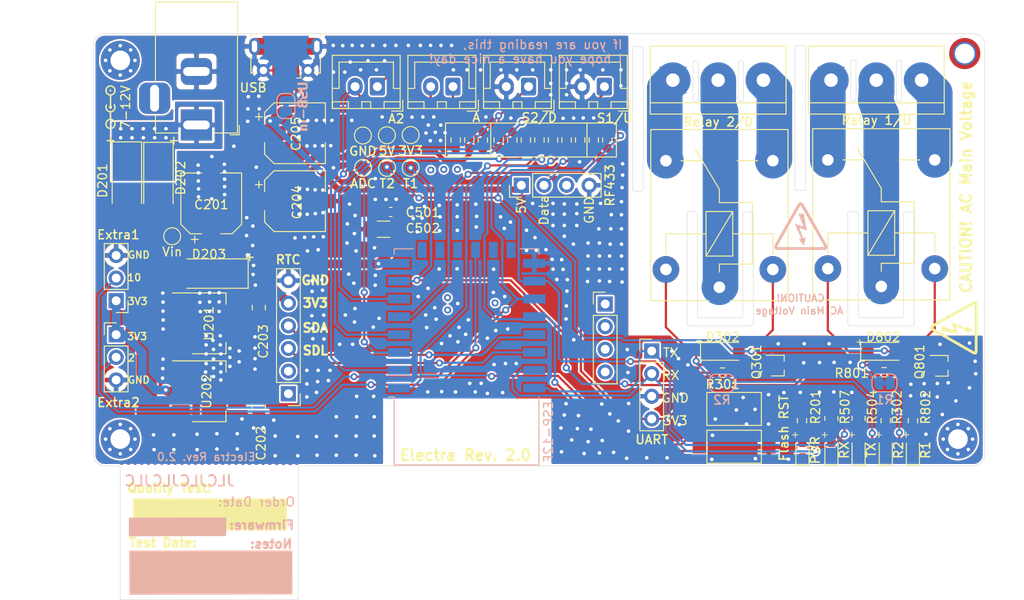
<source format=kicad_pcb>
(kicad_pcb (version 20171130) (host pcbnew 5.1.9-73d0e3b20d~88~ubuntu18.04.1)
  (title_block (date 2021-03-25) (rev 1))
  (layers (0 F.Cu signal) (31 B.Cu signal) (34 B.Paste user) (35 F.Paste user) (36 B.SilkS user) (37 F.SilkS user) (38 B.Mask user) (39 F.Mask user) (44 Edge.Cuts user))
  (net 0 "")
  (net 1 "Net-(C201-Pad1)")
  (net 2 GND)
  (net 3 +3V3)
  (net 4 +5V)
  (net 5 +VDC)
  (net 6 "Net-(D301-Pad1)")
  (net 7 "Net-(D301-Pad2)")
  (net 8 "Net-(D302-Pad1)")
  (net 9 /L-SDL)
  (net 10 /L-SDA)
  (net 11 /RX)
  (net 12 /TX)
  (net 13 /Relay2/Relay-Normal-Close)
  (net 14 /Relay2/Relay-Common)
  (net 15 /Relay2/Relay-Normal-Open)
  (net 16 /Relay1/Relay-Normal-Open)
  (net 17 /Relay1/Relay-Common)
  (net 18 /Relay1/Relay-Normal-Close)
  (net 19 /Switch1)
  (net 20 /Switch2)
  (net 21 /ESP8266/ADC)
  (net 22 "Net-(Q301-Pad2)")
  (net 23 /ESP8266/GPIO14)
  (net 24 /Relay2)
  (net 25 /Relay1)
  (net 26 /ESP8266/GPIO0)
  (net 27 /ESP8266/~RST)
  (net 28 "Net-(J601-Pad1)")
  (net 29 "Net-(D204-Pad2)")
  (net 30 "Net-(D501-Pad2)")
  (net 31 "Net-(D502-Pad2)")
  (net 32 "Net-(D801-Pad2)")
  (net 33 "Net-(D801-Pad1)")
  (net 34 "Net-(D802-Pad1)")
  (net 35 "Net-(J602-Pad1)")
  (net 36 "Net-(J701-Pad2)")
  (net 37 "Net-(J701-Pad3)")
  (net 38 "Net-(Q801-Pad2)")
  (net 39 "Net-(R503-Pad2)")
  (net 40 "Net-(U501-Pad9)")
  (net 41 "Net-(U501-Pad10)")
  (net 42 "Net-(U501-Pad11)")
  (net 43 "Net-(U501-Pad13)")
  (net 44 "Net-(U501-Pad14)")
  (net 45 /Extra1)
  (net 46 "Net-(J102-Pad1)")
  (net 47 "Net-(J102-Pad2)")
  (net 48 /Extra2)
  (net 49 "Net-(J201-Pad2)")
  (net 50 "Net-(J201-Pad1)")
  (net 51 "Net-(J201-Pad4)")
  (net 52 "Net-(J201-Pad3)")
  (module panels:0.5mm-NPTH-Drill (layer F.Cu) (at 124.043 124.856)
    (fp_text reference REF** hide)
    (fp_text value 0.5mm-NPTH-Drill hide)
    (pad "" np_thru_hole circle (at 0 0) (size 0.5 0.5) (drill 0.5) (layers *.Cu *.Mask))
  )
  (module panels:0.5mm-NPTH-Drill (layer F.Cu) (at 124.805 124.87)
    (fp_text reference REF** hide)
    (fp_text value 0.5mm-NPTH-Drill hide)
    (pad "" np_thru_hole circle (at 0 0) (size 0.5 0.5) (drill 0.5) (layers *.Cu *.Mask))
  )
  (module panels:0.5mm-NPTH-Drill (layer F.Cu) (at 125.567 124.87)
    (fp_text reference REF** hide)
    (fp_text value 0.5mm-NPTH-Drill hide)
    (pad "" np_thru_hole circle (at 0 0) (size 0.5 0.5) (drill 0.5) (layers *.Cu *.Mask))
  )
  (module panels:0.5mm-NPTH-Drill (layer F.Cu) (at 120.233 124.856)
    (fp_text reference REF** hide)
    (fp_text value 0.5mm-NPTH-Drill hide)
    (pad "" np_thru_hole circle (at 0 0) (size 0.5 0.5) (drill 0.5) (layers *.Cu *.Mask))
  )
  (module panels:0.5mm-NPTH-Drill (layer F.Cu) (at 122.519 124.85)
    (fp_text reference REF** hide)
    (fp_text value 0.5mm-NPTH-Drill hide)
    (pad "" np_thru_hole circle (at 0 0) (size 0.5 0.5) (drill 0.5) (layers *.Cu *.Mask))
  )
  (module panels:0.5mm-NPTH-Drill (layer F.Cu) (at 120.995 124.85)
    (fp_text reference REF** hide)
    (fp_text value 0.5mm-NPTH-Drill hide)
    (pad "" np_thru_hole circle (at 0 0) (size 0.5 0.5) (drill 0.5) (layers *.Cu *.Mask))
  )
  (module panels:0.5mm-NPTH-Drill (layer F.Cu) (at 121.757 124.85)
    (fp_text reference REF** hide)
    (fp_text value 0.5mm-NPTH-Drill hide)
    (pad "" np_thru_hole circle (at 0 0) (size 0.5 0.5) (drill 0.5) (layers *.Cu *.Mask))
  )
  (module panels:0.5mm-NPTH-Drill (layer F.Cu) (at 123.281 124.85)
    (fp_text reference REF** hide)
    (fp_text value 0.5mm-NPTH-Drill hide)
    (pad "" np_thru_hole circle (at 0 0) (size 0.5 0.5) (drill 0.5) (layers *.Cu *.Mask))
  )
  (module panels:0.5mm-NPTH-Drill (layer F.Cu) (at 118.725 124.84)
    (fp_text reference REF** hide)
    (fp_text value 0.5mm-NPTH-Drill hide)
    (pad "" np_thru_hole circle (at 0 0) (size 0.5 0.5) (drill 0.5) (layers *.Cu *.Mask))
  )
  (module panels:0.5mm-NPTH-Drill (layer F.Cu) (at 119.475 124.84)
    (fp_text reference REF** hide)
    (fp_text value 0.5mm-NPTH-Drill hide)
    (pad "" np_thru_hole circle (at 0 0) (size 0.5 0.5) (drill 0.5) (layers *.Cu *.Mask))
  )
  (module panels:0.5mm-NPTH-Drill (layer F.Cu) (at 117.975 124.84)
    (fp_text reference REF** hide)
    (fp_text value 0.5mm-NPTH-Drill hide)
    (pad "" np_thru_hole circle (at 0 0) (size 0.5 0.5) (drill 0.5) (layers *.Cu *.Mask))
  )
  (module panels:0.5mm-NPTH-Drill (layer F.Cu) (at 116.45 124.84)
    (fp_text reference REF** hide)
    (fp_text value 0.5mm-NPTH-Drill hide)
    (pad "" np_thru_hole circle (at 0 0) (size 0.5 0.5) (drill 0.5) (layers *.Cu *.Mask))
  )
  (module panels:0.5mm-NPTH-Drill (layer F.Cu) (at 117.2 124.84)
    (fp_text reference REF** hide)
    (fp_text value 0.5mm-NPTH-Drill hide)
    (pad "" np_thru_hole circle (at 0 0) (size 0.5 0.5) (drill 0.5) (layers *.Cu *.Mask))
  )
  (module panels:0.5mm-NPTH-Drill (layer F.Cu) (at 115.7 124.84)
    (fp_text reference REF** hide)
    (fp_text value 0.5mm-NPTH-Drill hide)
    (pad "" np_thru_hole circle (at 0 0) (size 0.5 0.5) (drill 0.5) (layers *.Cu *.Mask))
  )
  (module panels:0.5mm-NPTH-Drill (layer F.Cu) (at 114.175 124.84)
    (fp_text reference REF** hide)
    (fp_text value 0.5mm-NPTH-Drill hide)
    (pad "" np_thru_hole circle (at 0 0) (size 0.5 0.5) (drill 0.5) (layers *.Cu *.Mask))
  )
  (module panels:0.5mm-NPTH-Drill (layer F.Cu) (at 114.925 124.84)
    (fp_text reference REF** hide)
    (fp_text value 0.5mm-NPTH-Drill hide)
    (pad "" np_thru_hole circle (at 0 0) (size 0.5 0.5) (drill 0.5) (layers *.Cu *.Mask))
  )
  (module panels:0.5mm-NPTH-Drill (layer F.Cu) (at 113.425 124.84)
    (fp_text reference REF** hide)
    (fp_text value 0.5mm-NPTH-Drill hide)
    (pad "" np_thru_hole circle (at 0 0) (size 0.5 0.5) (drill 0.5) (layers *.Cu *.Mask))
  )
  (module panels:0.5mm-NPTH-Drill (layer F.Cu) (at 111.9 124.84)
    (fp_text reference REF** hide)
    (fp_text value 0.5mm-NPTH-Drill hide)
    (pad "" np_thru_hole circle (at 0 0) (size 0.5 0.5) (drill 0.5) (layers *.Cu *.Mask))
  )
  (module panels:0.5mm-NPTH-Drill (layer F.Cu) (at 112.65 124.84)
    (fp_text reference REF** hide)
    (fp_text value 0.5mm-NPTH-Drill hide)
    (pad "" np_thru_hole circle (at 0 0) (size 0.5 0.5) (drill 0.5) (layers *.Cu *.Mask))
  )
  (module panels:0.5mm-NPTH-Drill (layer F.Cu) (at 111.15 124.84)
    (fp_text reference REF** hide)
    (fp_text value 0.5mm-NPTH-Drill hide)
    (pad "" np_thru_hole circle (at 0 0) (size 0.5 0.5) (drill 0.5) (layers *.Cu *.Mask))
  )
  (module panels:0.5mm-NPTH-Drill (layer F.Cu) (at 109.65 124.84)
    (fp_text reference REF** hide)
    (fp_text value 0.5mm-NPTH-Drill hide)
    (pad "" np_thru_hole circle (at 0 0) (size 0.5 0.5) (drill 0.5) (layers *.Cu *.Mask))
  )
  (module panels:0.5mm-NPTH-Drill (layer F.Cu) (at 110.4 124.84)
    (fp_text reference REF** hide)
    (fp_text value 0.5mm-NPTH-Drill hide)
    (pad "" np_thru_hole circle (at 0 0) (size 0.5 0.5) (drill 0.5) (layers *.Cu *.Mask))
  )
  (module panels:0.5mm-NPTH-Drill (layer F.Cu) (at 108.9 124.84)
    (fp_text reference REF** hide)
    (fp_text value 0.5mm-NPTH-Drill hide)
    (pad "" np_thru_hole circle (at 0 0) (size 0.5 0.5) (drill 0.5) (layers *.Cu *.Mask))
  )
  (module panels:0.5mm-NPTH-Drill (layer F.Cu) (at 107.4 124.84)
    (fp_text reference REF** hide)
    (fp_text value 0.5mm-NPTH-Drill hide)
    (pad "" np_thru_hole circle (at 0 0) (size 0.5 0.5) (drill 0.5) (layers *.Cu *.Mask))
  )
  (module panels:0.5mm-NPTH-Drill (layer F.Cu) (at 108.15 124.84)
    (fp_text reference REF** hide)
    (fp_text value 0.5mm-NPTH-Drill hide)
    (pad "" np_thru_hole circle (at 0 0) (size 0.5 0.5) (drill 0.5) (layers *.Cu *.Mask))
  )
  (module panels:0.5mm-NPTH-Drill (layer F.Cu) (at 106.65 124.84)
    (fp_text reference REF** hide)
    (fp_text value 0.5mm-NPTH-Drill hide)
    (pad "" np_thru_hole circle (at 0 0) (size 0.5 0.5) (drill 0.5) (layers *.Cu *.Mask))
  )
  (module Custom:dc-barrel-positive-polarity-bold-5.1x5 (layer F.Cu) (at 105.015 84.385 90)
    (fp_text reference G*** hide)
    (fp_text value LOGO hide)
  )
  (module Custom:Electricity-Causion-6.1mmX6.1mm-logo (layer B.Cu) (at 182.485 97.72 180)
    (fp_text reference G*** hide)
    (fp_text value LOGO hide)
  )
  (module Custom:Electricity-Causion-6.1mmX6.1mm-logo (layer F.Cu) (at 199.63 109.15 90)
    (fp_text reference G*** hide)
    (fp_text value LOGO hide)
  )
  (module MountingHole:MountingHole_2.2mm_M2_ISO7380_Pad_TopOnly (layer F.Cu) (at 200.8746 78.3652)
    (fp_text reference REF** hide)
    (fp_text value MountingHole_2.2mm_M2_ISO7380_Pad_TopOnly hide)
    (pad 1 connect circle (at 0 0) (size 3.5 3.5) (layers F.Cu F.Mask))
    (pad 1 thru_hole circle (at 0 0) (size 2.6 2.6) (drill 2.2) (layers *.Cu *.Mask))
  )
  (module Connector_PinHeader_2.54mm:PinHeader_1x04_P2.54mm_Vertical (layer F.Cu) (at 160.5267 106.4703)
    (fp_text reference REF** hide)
    (fp_text value PinHeader_1x04_P2.54mm_Vertical hide)
    (pad 4 thru_hole oval (at 0 7.62) (size 1.7 1.7) (drill 1) (layers *.Cu *.Mask))
    (pad 3 thru_hole oval (at 0 5.08) (size 1.7 1.7) (drill 1) (layers *.Cu *.Mask))
    (pad 2 thru_hole oval (at 0 2.54) (size 1.7 1.7) (drill 1) (layers *.Cu *.Mask))
    (pad 1 thru_hole rect (at 0 0) (size 1.7 1.7) (drill 1) (layers *.Cu *.Mask))
  )
  (module MountingHole:MountingHole_2.2mm_M2_Pad_Via (layer F.Cu) (at 106.11 79.13)
    (fp_text reference REF** hide)
    (fp_text value MountingHole_2.2mm_M2_Pad_Via hide)
    (pad 1 thru_hole circle (at 0 0) (size 4.4 4.4) (drill 2.2) (layers *.Cu *.Mask))
    (pad 1 thru_hole circle (at 1.65 0) (size 0.7 0.7) (drill 0.4) (layers *.Cu *.Mask))
    (pad 1 thru_hole circle (at 1.166726 1.166726) (size 0.7 0.7) (drill 0.4) (layers *.Cu *.Mask))
    (pad 1 thru_hole circle (at 0 1.65) (size 0.7 0.7) (drill 0.4) (layers *.Cu *.Mask))
    (pad 1 thru_hole circle (at -1.166726 1.166726) (size 0.7 0.7) (drill 0.4) (layers *.Cu *.Mask))
    (pad 1 thru_hole circle (at -1.65 0) (size 0.7 0.7) (drill 0.4) (layers *.Cu *.Mask))
    (pad 1 thru_hole circle (at -1.166726 -1.166726) (size 0.7 0.7) (drill 0.4) (layers *.Cu *.Mask))
    (pad 1 thru_hole circle (at 0 -1.65) (size 0.7 0.7) (drill 0.4) (layers *.Cu *.Mask))
    (pad 1 thru_hole circle (at 1.166726 -1.166726) (size 0.7 0.7) (drill 0.4) (layers *.Cu *.Mask))
  )
  (module MountingHole:MountingHole_2.2mm_M2_Pad_Via (layer F.Cu) (at 106.11 121.63)
    (fp_text reference REF** hide)
    (fp_text value MountingHole_2.2mm_M2_Pad_Via hide)
    (pad 1 thru_hole circle (at 1.166726 -1.166726) (size 0.7 0.7) (drill 0.4) (layers *.Cu *.Mask))
    (pad 1 thru_hole circle (at 0 -1.65) (size 0.7 0.7) (drill 0.4) (layers *.Cu *.Mask))
    (pad 1 thru_hole circle (at -1.166726 -1.166726) (size 0.7 0.7) (drill 0.4) (layers *.Cu *.Mask))
    (pad 1 thru_hole circle (at -1.65 0) (size 0.7 0.7) (drill 0.4) (layers *.Cu *.Mask))
    (pad 1 thru_hole circle (at -1.166726 1.166726) (size 0.7 0.7) (drill 0.4) (layers *.Cu *.Mask))
    (pad 1 thru_hole circle (at 0 1.65) (size 0.7 0.7) (drill 0.4) (layers *.Cu *.Mask))
    (pad 1 thru_hole circle (at 1.166726 1.166726) (size 0.7 0.7) (drill 0.4) (layers *.Cu *.Mask))
    (pad 1 thru_hole circle (at 1.65 0) (size 0.7 0.7) (drill 0.4) (layers *.Cu *.Mask))
    (pad 1 thru_hole circle (at 0 0) (size 4.4 4.4) (drill 2.2) (layers *.Cu *.Mask))
  )
  (module MountingHole:MountingHole_2.2mm_M2_Pad_Via (layer F.Cu) (at 200.11 121.63)
    (fp_text reference REF** hide)
    (fp_text value MountingHole_2.2mm_M2_Pad_Via hide)
    (pad 1 thru_hole circle (at 0 0) (size 4.4 4.4) (drill 2.2) (layers *.Cu *.Mask))
    (pad 1 thru_hole circle (at 1.65 0) (size 0.7 0.7) (drill 0.4) (layers *.Cu *.Mask))
    (pad 1 thru_hole circle (at 1.166726 1.166726) (size 0.7 0.7) (drill 0.4) (layers *.Cu *.Mask))
    (pad 1 thru_hole circle (at 0 1.65) (size 0.7 0.7) (drill 0.4) (layers *.Cu *.Mask))
    (pad 1 thru_hole circle (at -1.166726 1.166726) (size 0.7 0.7) (drill 0.4) (layers *.Cu *.Mask))
    (pad 1 thru_hole circle (at -1.65 0) (size 0.7 0.7) (drill 0.4) (layers *.Cu *.Mask))
    (pad 1 thru_hole circle (at -1.166726 -1.166726) (size 0.7 0.7) (drill 0.4) (layers *.Cu *.Mask))
    (pad 1 thru_hole circle (at 0 -1.65) (size 0.7 0.7) (drill 0.4) (layers *.Cu *.Mask))
    (pad 1 thru_hole circle (at 1.166726 -1.166726) (size 0.7 0.7) (drill 0.4) (layers *.Cu *.Mask))
  )
  (module Capacitor_SMD:C_0603_1608Metric_Pad1.08x0.95mm_HandSolder (layer F.Cu) (at 136.4602 96.1452 180)
    (fp_text reference C501 (at -3.6068 -0.0508) (layer F.SilkS))
    (fp_text value 0.1uF hide)
    (pad 1 smd roundrect (at -0.8625 0 180) (size 1.075 0.95) (layers F.Cu F.Paste F.Mask) (net 3 +3V3))
    (pad 2 smd roundrect (at 0.8625 0 180) (size 1.075 0.95) (layers F.Cu F.Paste F.Mask) (net 2 GND))
  )
  (module Capacitor_SMD:C_1206_3216Metric_Pad1.33x1.80mm_HandSolder (layer F.Cu) (at 135.6597 98.0756 180)
    (fp_text reference C502 (at -4.4073 0.1016) (layer F.SilkS))
    (fp_text value 47uF hide)
    (pad 1 smd roundrect (at -1.5625 0 180) (size 1.325 1.8) (layers F.Cu F.Paste F.Mask) (roundrect_rratio 0.1886769811320755) (net 3 +3V3))
    (pad 2 smd roundrect (at 1.5625 0 180) (size 1.325 1.8) (layers F.Cu F.Paste F.Mask) (roundrect_rratio 0.1886769811320755) (net 2 GND))
  )
  (module Diode_SMD:D_SMA_Handsoldering (layer F.Cu) (at 106.852 92.68 270)
    (fp_text reference D201 (at -0.04 2.726 90) (layer F.SilkS))
    (fp_text value 1A hide)
    (pad 2 smd rect (at 2.5 0 270) (size 3.5 1.8) (layers F.Cu F.Paste F.Mask) (net 1 "Net-(C201-Pad1)"))
    (pad 1 smd rect (at -2.5 0 270) (size 3.5 1.8) (layers F.Cu F.Paste F.Mask) (net 5 +VDC))
  )
  (module Diode_SMD:D_SMA_Handsoldering (layer F.Cu) (at 110.392 92.73 270)
    (fp_text reference D202 (at -0.4075 -2.497 270) (layer F.SilkS))
    (fp_text value 1A hide)
    (pad 1 smd rect (at -2.5 0 270) (size 3.5 1.8) (layers F.Cu F.Paste F.Mask) (net 5 +VDC))
    (pad 2 smd rect (at 2.5 0 270) (size 3.5 1.8) (layers F.Cu F.Paste F.Mask) (net 1 "Net-(C201-Pad1)"))
  )
  (module LED_SMD:LED_0603_1608Metric_Pad1.05x0.95mm_HandSolder (layer F.Cu) (at 182.662 122.866 90)
    (fp_text reference D204 hide)
    (fp_text value PWR (at 0 1.43 90) (layer F.SilkS))
    (pad 1 smd roundrect (at -0.875 0 90) (size 1.05 0.95) (layers F.Cu F.Paste F.Mask) (net 2 GND))
    (pad 2 smd roundrect (at 0.875 0 90) (size 1.05 0.95) (layers F.Cu F.Paste F.Mask) (net 29 "Net-(D204-Pad2)"))
  )
  (module LED_SMD:LED_0603_1608Metric_Pad1.05x0.95mm_HandSolder (layer F.Cu) (at 192.01 122.866 90)
    (fp_text reference D301 hide)
    (fp_text value R2 (at 0 1.43 90) (layer F.SilkS))
    (pad 1 smd roundrect (at -0.875 0 90) (size 1.05 0.95) (layers F.Cu F.Paste F.Mask) (net 6 "Net-(D301-Pad1)"))
    (pad 2 smd roundrect (at 0.875 0 90) (size 1.05 0.95) (layers F.Cu F.Paste F.Mask) (net 7 "Net-(D301-Pad2)"))
  )
  (module LED_SMD:LED_0603_1608Metric_Pad1.05x0.95mm_HandSolder (layer F.Cu) (at 188.962 122.866 90)
    (fp_text reference D501 hide)
    (fp_text value TX (at 0 1.43 90) (layer F.SilkS))
    (pad 2 smd roundrect (at 0.875 0 90) (size 1.05 0.95) (layers F.Cu F.Paste F.Mask) (net 30 "Net-(D501-Pad2)"))
    (pad 1 smd roundrect (at -0.875 0 90) (size 1.05 0.95) (layers F.Cu F.Paste F.Mask) (net 2 GND))
  )
  (module LED_SMD:LED_0603_1608Metric_Pad1.05x0.95mm_HandSolder (layer F.Cu) (at 185.914 122.866 90)
    (fp_text reference D502 hide)
    (fp_text value RX (at 0 1.43 90) (layer F.SilkS))
    (pad 1 smd roundrect (at -0.875 0 90) (size 1.05 0.95) (layers F.Cu F.Paste F.Mask) (net 2 GND))
    (pad 2 smd roundrect (at 0.875 0 90) (size 1.05 0.95) (layers F.Cu F.Paste F.Mask) (net 31 "Net-(D502-Pad2)"))
  )
  (module LED_SMD:LED_0603_1608Metric_Pad1.05x0.95mm_HandSolder (layer F.Cu) (at 195.058 122.866 90)
    (fp_text reference D801 hide)
    (fp_text value R1 (at 0 1.43 90) (layer F.SilkS))
    (pad 2 smd roundrect (at 0.875 0 90) (size 1.05 0.95) (layers F.Cu F.Paste F.Mask) (net 32 "Net-(D801-Pad2)"))
    (pad 1 smd roundrect (at -0.875 0 90) (size 1.05 0.95) (layers F.Cu F.Paste F.Mask) (net 33 "Net-(D801-Pad1)"))
  )
  (module TerminalBlock:TerminalBlock_bornier-3_P5.08mm (layer F.Cu) (at 168.12 81.35)
    (fp_text reference J301 hide)
    (fp_text value "Relay 2/D" (at 5.094 4.686) (layer F.SilkS))
    (pad 3 thru_hole circle (at 10.16 0) (size 3 3) (drill 1.52) (layers *.Cu *.Mask) (net 15 /Relay2/Relay-Normal-Open))
    (pad 2 thru_hole circle (at 5.08 0) (size 3 3) (drill 1.52) (layers *.Cu *.Mask) (net 14 /Relay2/Relay-Common))
    (pad 1 thru_hole rect (at 0 0) (size 3 3) (drill 1.52) (layers *.Cu *.Mask) (net 13 /Relay2/Relay-Normal-Close))
  )
  (module Connector_JST:JST_XH_B2B-XH-A_1x02_P2.50mm_Vertical (layer F.Cu) (at 160.4378 82.0736 180)
    (fp_text reference J401 hide)
    (fp_text value S1/U (at -1.15 -3.54) (layer F.SilkS))
    (pad 1 thru_hole roundrect (at 0 0 180) (size 1.7 2) (drill 1) (layers *.Cu *.Mask) (roundrect_rratio 0.1470588235294118) (net 19 /Switch1))
    (pad 2 thru_hole oval (at 2.5 0 180) (size 1.7 2) (drill 1) (layers *.Cu *.Mask) (net 2 GND))
  )
  (module Connector_JST:JST_XH_B2B-XH-A_1x02_P2.50mm_Vertical (layer F.Cu) (at 151.9288 82.0736 180)
    (fp_text reference J402 hide)
    (fp_text value S2/D (at -1.2 -3.48) (layer F.SilkS))
    (pad 2 thru_hole oval (at 2.5 0 180) (size 1.7 2) (drill 1) (layers *.Cu *.Mask) (net 2 GND))
    (pad 1 thru_hole roundrect (at 0 0 180) (size 1.7 2) (drill 1) (layers *.Cu *.Mask) (roundrect_rratio 0.1470588235294118) (net 20 /Switch2))
  )
  (module Connector_JST:JST_XH_B2B-XH-A_1x02_P2.50mm_Vertical (layer F.Cu) (at 143.4452 82.0736 180)
    (fp_text reference J601 hide)
    (fp_text value A (at -2.62 -3.45) (layer F.SilkS))
    (pad 2 thru_hole oval (at 2.5 0 180) (size 1.7 2) (drill 1) (layers *.Cu *.Mask) (net 21 /ESP8266/ADC))
    (pad 1 thru_hole roundrect (at 0 0 180) (size 1.7 2) (drill 1) (layers *.Cu *.Mask) (roundrect_rratio 0.1470588235294118) (net 28 "Net-(J601-Pad1)"))
  )
  (module Connector_JST:JST_XH_B2B-XH-A_1x02_P2.50mm_Vertical (layer F.Cu) (at 134.9616 82.0736 180)
    (fp_text reference J602 hide)
    (fp_text value A2 (at -2.12 -3.62) (layer F.SilkS))
    (pad 1 thru_hole roundrect (at 0 0 180) (size 1.7 2) (drill 1) (layers *.Cu *.Mask) (roundrect_rratio 0.1470588235294118) (net 35 "Net-(J602-Pad1)"))
    (pad 2 thru_hole oval (at 2.5 0 180) (size 1.7 2) (drill 1) (layers *.Cu *.Mask) (net 21 /ESP8266/ADC))
  )
  (module Connector_PinHeader_2.54mm:PinHeader_1x04_P2.54mm_Vertical (layer F.Cu) (at 151.116 93.148 90)
    (fp_text reference J701 hide)
    (fp_text value RF433 (at 0 9.95 90) (layer F.SilkS))
    (pad 1 thru_hole rect (at 0 0 90) (size 1.7 1.7) (drill 1) (layers *.Cu *.Mask) (net 4 +5V))
    (pad 2 thru_hole oval (at 0 2.54 90) (size 1.7 1.7) (drill 1) (layers *.Cu *.Mask) (net 36 "Net-(J701-Pad2)"))
    (pad 3 thru_hole oval (at 0 5.08 90) (size 1.7 1.7) (drill 1) (layers *.Cu *.Mask) (net 37 "Net-(J701-Pad3)"))
    (pad 4 thru_hole oval (at 0 7.62 90) (size 1.7 1.7) (drill 1) (layers *.Cu *.Mask) (net 2 GND))
  )
  (module TerminalBlock:TerminalBlock_bornier-3_P5.08mm (layer F.Cu) (at 185.87 81.35)
    (fp_text reference J801 hide)
    (fp_text value "Relay 1/U" (at 5.124 4.5) (layer F.SilkS))
    (pad 1 thru_hole rect (at 0 0) (size 3 3) (drill 1.52) (layers *.Cu *.Mask) (net 18 /Relay1/Relay-Normal-Close))
    (pad 2 thru_hole circle (at 5.08 0) (size 3 3) (drill 1.52) (layers *.Cu *.Mask) (net 17 /Relay1/Relay-Common))
    (pad 3 thru_hole circle (at 10.16 0) (size 3 3) (drill 1.52) (layers *.Cu *.Mask) (net 16 /Relay1/Relay-Normal-Open))
  )
  (module Jumper:SolderJumper-2_P1.3mm_Bridged_RoundedPad1.0x1.5mm (layer B.Cu) (at 173.6204 115.3476 180)
    (fp_text reference JP301 hide)
    (fp_text value R2 (at 0 -1.9) (layer B.SilkS) (effects (justify mirror)))
    (fp_poly (pts (xy 0.25 0.3) (xy -0.25 0.3) (xy -0.25 -0.3) (xy 0.25 -0.3)) (layer B.Cu) (width 0))
    (pad 2 smd custom (at 0.65 0 180) (size 1 0.5) (layers B.Cu B.Mask) (net 8 "Net-(D302-Pad1)") (options (clearance outline) (anchor rect)) (primitives (gr_circle (center 0 -0.25) (end 0.5 -0.25) (width 0)) (gr_circle (center 0 0.25) (end 0.5 0.25) (width 0)) (gr_poly (pts (xy 0 0.75) (xy -0.5 0.75) (xy -0.5 -0.75) (xy 0 -0.75)) (width 0))))
    (pad 1 smd custom (at -0.65 0 180) (size 1 0.5) (layers B.Cu B.Mask) (net 6 "Net-(D301-Pad1)") (options (clearance outline) (anchor rect)) (primitives (gr_circle (center 0 -0.25) (end 0.5 -0.25) (width 0)) (gr_circle (center 0 0.25) (end 0.5 0.25) (width 0)) (gr_poly (pts (xy 0 0.75) (xy 0.5 0.75) (xy 0.5 -0.75) (xy 0 -0.75)) (width 0))))
  )
  (module Jumper:SolderJumper-2_P1.3mm_Bridged_RoundedPad1.0x1.5mm (layer B.Cu) (at 191.8703 115.3222 180)
    (fp_text reference JP801 hide)
    (fp_text value R1 (at 0 -1.9) (layer B.SilkS) (effects (justify mirror)))
    (fp_poly (pts (xy 0.25 0.3) (xy -0.25 0.3) (xy -0.25 -0.3) (xy 0.25 -0.3)) (layer B.Cu) (width 0))
    (pad 2 smd custom (at 0.65 0 180) (size 1 0.5) (layers B.Cu B.Mask) (net 34 "Net-(D802-Pad1)") (options (clearance outline) (anchor rect)) (primitives (gr_circle (center 0 -0.25) (end 0.5 -0.25) (width 0)) (gr_circle (center 0 0.25) (end 0.5 0.25) (width 0)) (gr_poly (pts (xy 0 0.75) (xy -0.5 0.75) (xy -0.5 -0.75) (xy 0 -0.75)) (width 0))))
    (pad 1 smd custom (at -0.65 0 180) (size 1 0.5) (layers B.Cu B.Mask) (net 33 "Net-(D801-Pad1)") (options (clearance outline) (anchor rect)) (primitives (gr_circle (center 0 -0.25) (end 0.5 -0.25) (width 0)) (gr_circle (center 0 0.25) (end 0.5 0.25) (width 0)) (gr_poly (pts (xy 0 0.75) (xy 0.5 0.75) (xy 0.5 -0.75) (xy 0 -0.75)) (width 0))))
  )
  (module Relay_THT:Relay_SPDT_Finder_36.11 (layer F.Cu) (at 173.34 104.59 90)
    (fp_text reference K301 hide)
    (fp_text value FINDER-36.11 hide)
    (pad A1 thru_hole circle (at 2 6 90) (size 3 3) (drill 1.3) (layers *.Cu *.Mask) (net 4 +5V))
    (pad 14 thru_hole circle (at 14.2 6 90) (size 3 3) (drill 1.3) (layers *.Cu *.Mask) (net 15 /Relay2/Relay-Normal-Open))
    (pad 12 thru_hole circle (at 14.2 -6 90) (size 3 3) (drill 1.3) (layers *.Cu *.Mask) (net 13 /Relay2/Relay-Normal-Close))
    (pad A2 thru_hole circle (at 2 -6 90) (size 3 3) (drill 1.3) (layers *.Cu *.Mask) (net 8 "Net-(D302-Pad1)"))
    (pad 11 thru_hole circle (at 0 0 90) (size 3 3) (drill 1.3) (layers *.Cu *.Mask) (net 14 /Relay2/Relay-Common))
  )
  (module Relay_THT:Relay_SPDT_Finder_36.11 (layer F.Cu) (at 191.51 104.5 90)
    (fp_text reference K801 hide)
    (fp_text value FINDER-36.11 hide)
    (pad 11 thru_hole circle (at 0 0 90) (size 3 3) (drill 1.3) (layers *.Cu *.Mask) (net 17 /Relay1/Relay-Common))
    (pad A2 thru_hole circle (at 2 -6 90) (size 3 3) (drill 1.3) (layers *.Cu *.Mask) (net 34 "Net-(D802-Pad1)"))
    (pad 12 thru_hole circle (at 14.2 -6 90) (size 3 3) (drill 1.3) (layers *.Cu *.Mask) (net 18 /Relay1/Relay-Normal-Close))
    (pad 14 thru_hole circle (at 14.2 6 90) (size 3 3) (drill 1.3) (layers *.Cu *.Mask) (net 16 /Relay1/Relay-Normal-Open))
    (pad A1 thru_hole circle (at 2 6 90) (size 3 3) (drill 1.3) (layers *.Cu *.Mask) (net 4 +5V))
  )
  (module Package_TO_SOT_SMD:SOT-323_SC-70 (layer F.Cu) (at 179.8848 113.3791)
    (fp_text reference Q301 (at -2.3528 -0.4191 90) (layer F.SilkS))
    (fp_text value Q_NPN_EBC hide)
    (pad 1 smd rect (at -1 -0.65 270) (size 0.45 0.7) (layers F.Cu F.Paste F.Mask) (net 2 GND))
    (pad 2 smd rect (at -1 0.65 270) (size 0.45 0.7) (layers F.Cu F.Paste F.Mask) (net 22 "Net-(Q301-Pad2)"))
    (pad 3 smd rect (at 1 0 270) (size 0.45 0.7) (layers F.Cu F.Paste F.Mask) (net 8 "Net-(D302-Pad1)"))
  )
  (module Package_TO_SOT_SMD:SOT-323_SC-70 (layer F.Cu) (at 198.2711 113.4045)
    (fp_text reference Q801 (at -2.4511 -0.4445 90) (layer F.SilkS))
    (fp_text value Q_NPN_EBC hide)
    (pad 3 smd rect (at 1 0 270) (size 0.45 0.7) (layers F.Cu F.Paste F.Mask) (net 34 "Net-(D802-Pad1)"))
    (pad 2 smd rect (at -1 0.65 270) (size 0.45 0.7) (layers F.Cu F.Paste F.Mask) (net 38 "Net-(Q801-Pad2)"))
    (pad 1 smd rect (at -1 -0.65 270) (size 0.45 0.7) (layers F.Cu F.Paste F.Mask) (net 2 GND))
  )
  (module Resistor_SMD:R_0603_1608Metric_Pad0.98x0.95mm_HandSolder (layer F.Cu) (at 182.612 119.564 90)
    (fp_text reference R201 (at 1.524 1.524 90) (layer F.SilkS))
    (fp_text value 82 hide)
    (pad 2 smd roundrect (at 0.9125 0 90) (size 0.975 0.95) (layers F.Cu F.Paste F.Mask) (net 3 +3V3))
    (pad 1 smd roundrect (at -0.9125 0 90) (size 0.975 0.95) (layers F.Cu F.Paste F.Mask) (net 29 "Net-(D204-Pad2)"))
  )
  (module Resistor_SMD:R_0603_1608Metric_Pad0.98x0.95mm_HandSolder (layer F.Cu) (at 173.6966 114.1665 180)
    (fp_text reference R301 (at -0.0254 -1.3335) (layer F.SilkS))
    (fp_text value 1K hide)
    (pad 1 smd roundrect (at -0.9125 0 180) (size 0.975 0.95) (layers F.Cu F.Paste F.Mask) (net 22 "Net-(Q301-Pad2)"))
    (pad 2 smd roundrect (at 0.9125 0 180) (size 0.975 0.95) (layers F.Cu F.Paste F.Mask) (net 24 /Relay2))
  )
  (module Resistor_SMD:R_0603_1608Metric_Pad0.98x0.95mm_HandSolder (layer F.Cu) (at 192.01 119.564 270)
    (fp_text reference R302 (at -1.524 -1.27 90) (layer F.SilkS))
    (fp_text value 68 hide)
    (pad 1 smd roundrect (at -0.9125 0 270) (size 0.975 0.95) (layers F.Cu F.Paste F.Mask) (net 4 +5V))
    (pad 2 smd roundrect (at 0.9125 0 270) (size 0.975 0.95) (layers F.Cu F.Paste F.Mask) (net 7 "Net-(D301-Pad2)"))
  )
  (module Resistor_SMD:R_0603_1608Metric_Pad0.98x0.95mm_HandSolder (layer F.Cu) (at 150.1 88.068 90)
    (fp_text reference R401 hide)
    (fp_text value 10K hide)
    (pad 2 smd roundrect (at 0.9125 0 90) (size 0.975 0.95) (layers F.Cu F.Paste F.Mask) (net 19 /Switch1))
    (pad 1 smd roundrect (at -0.9125 0 90) (size 0.975 0.95) (layers F.Cu F.Paste F.Mask) (net 3 +3V3))
  )
  (module Resistor_SMD:R_0603_1608Metric_Pad0.98x0.95mm_HandSolder (layer F.Cu) (at 148.576 88.068 90)
    (fp_text reference R402 hide)
    (fp_text value 10K hide)
    (pad 2 smd roundrect (at 0.9125 0 90) (size 0.975 0.95) (layers F.Cu F.Paste F.Mask) (net 20 /Switch2))
    (pad 1 smd roundrect (at -0.9125 0 90) (size 0.975 0.95) (layers F.Cu F.Paste F.Mask) (net 3 +3V3))
  )
  (module Resistor_SMD:R_0603_1608Metric_Pad0.98x0.95mm_HandSolder (layer F.Cu) (at 154.672 88.068 90)
    (fp_text reference R501 hide)
    (fp_text value 10K hide)
    (pad 1 smd roundrect (at -0.9125 0 90) (size 0.975 0.95) (layers F.Cu F.Paste F.Mask) (net 26 /ESP8266/GPIO0))
    (pad 2 smd roundrect (at 0.9125 0 90) (size 0.975 0.95) (layers F.Cu F.Paste F.Mask) (net 3 +3V3))
  )
  (module Resistor_SMD:R_0603_1608Metric_Pad0.98x0.95mm_HandSolder (layer F.Cu) (at 153.148 88.068 90)
    (fp_text reference R502 hide)
    (fp_text value 10K hide)
    (pad 2 smd roundrect (at 0.9125 0 90) (size 0.975 0.95) (layers F.Cu F.Paste F.Mask) (net 3 +3V3))
    (pad 1 smd roundrect (at -0.9125 0 90) (size 0.975 0.95) (layers F.Cu F.Paste F.Mask) (net 27 /ESP8266/~RST))
  )
  (module Resistor_SMD:R_0603_1608Metric_Pad0.98x0.95mm_HandSolder (layer F.Cu) (at 151.624 88.068 270)
    (fp_text reference R503 hide)
    (fp_text value 10K hide)
    (pad 1 smd roundrect (at -0.9125 0 270) (size 0.975 0.95) (layers F.Cu F.Paste F.Mask) (net 3 +3V3))
    (pad 2 smd roundrect (at 0.9125 0 270) (size 0.975 0.95) (layers F.Cu F.Paste F.Mask) (net 39 "Net-(R503-Pad2)"))
  )
  (module Resistor_SMD:R_0805_2012Metric_Pad1.20x1.40mm_HandSolder (layer F.Cu) (at 188.962 119.31 90)
    (fp_text reference R504 (at 1.27 1.524 90) (layer F.SilkS))
    (fp_text value 15 hide)
    (pad 1 smd roundrect (at -1 0 90) (size 1.2 1.4) (layers F.Cu F.Paste F.Mask) (roundrect_rratio 0.2083325) (net 30 "Net-(D501-Pad2)"))
    (pad 2 smd roundrect (at 1 0 90) (size 1.2 1.4) (layers F.Cu F.Paste F.Mask) (roundrect_rratio 0.2083325) (net 12 /TX))
  )
  (module Resistor_SMD:R_0603_1608Metric_Pad0.98x0.95mm_HandSolder (layer F.Cu) (at 156.196 88.068 270)
    (fp_text reference R505 hide)
    (fp_text value 10K hide)
    (pad 1 smd roundrect (at -0.9125 0 270) (size 0.975 0.95) (layers F.Cu F.Paste F.Mask) (net 3 +3V3))
    (pad 2 smd roundrect (at 0.9125 0 270) (size 0.975 0.95) (layers F.Cu F.Paste F.Mask) (net 48 /Extra2))
  )
  (module Resistor_SMD:R_0603_1608Metric_Pad0.98x0.95mm_HandSolder (layer F.Cu) (at 157.72 88.068 270)
    (fp_text reference R506 hide)
    (fp_text value 10K hide)
    (pad 2 smd roundrect (at 0.9125 0 270) (size 0.975 0.95) (layers F.Cu F.Paste F.Mask) (net 24 /Relay2))
    (pad 1 smd roundrect (at -0.9125 0 270) (size 0.975 0.95) (layers F.Cu F.Paste F.Mask) (net 2 GND))
  )
  (module Resistor_SMD:R_0805_2012Metric_Pad1.20x1.40mm_HandSolder (layer F.Cu) (at 185.914 119.31 90)
    (fp_text reference R507 (at 1.27 1.524 90) (layer F.SilkS))
    (fp_text value 15 hide)
    (pad 2 smd roundrect (at 1 0 90) (size 1.2 1.4) (layers F.Cu F.Paste F.Mask) (roundrect_rratio 0.2083325) (net 11 /RX))
    (pad 1 smd roundrect (at -1 0 90) (size 1.2 1.4) (layers F.Cu F.Paste F.Mask) (roundrect_rratio 0.2083325) (net 31 "Net-(D502-Pad2)"))
  )
  (module Resistor_SMD:R_0603_1608Metric_Pad0.98x0.95mm_HandSolder (layer F.Cu) (at 146.798 88.068 270)
    (fp_text reference R601 hide)
    (fp_text value 3.3K hide)
    (pad 1 smd roundrect (at -0.9125 0 270) (size 0.975 0.95) (layers F.Cu F.Paste F.Mask) (net 28 "Net-(J601-Pad1)"))
    (pad 2 smd roundrect (at 0.9125 0 270) (size 0.975 0.95) (layers F.Cu F.Paste F.Mask) (net 3 +3V3))
  )
  (module Resistor_SMD:R_0603_1608Metric_Pad0.98x0.95mm_HandSolder (layer F.Cu) (at 145.274 88.068 270)
    (fp_text reference R602 hide)
    (fp_text value 7.5K hide)
    (pad 2 smd roundrect (at 0.9125 0 270) (size 0.975 0.95) (layers F.Cu F.Paste F.Mask) (net 3 +3V3))
    (pad 1 smd roundrect (at -0.9125 0 270) (size 0.975 0.95) (layers F.Cu F.Paste F.Mask) (net 35 "Net-(J602-Pad1)"))
  )
  (module Resistor_SMD:R_0603_1608Metric_Pad0.98x0.95mm_HandSolder (layer F.Cu) (at 143.75 88.068 270)
    (fp_text reference R603 hide)
    (fp_text value 1K hide)
    (pad 1 smd roundrect (at -0.9125 0 270) (size 0.975 0.95) (layers F.Cu F.Paste F.Mask) (net 21 /ESP8266/ADC))
    (pad 2 smd roundrect (at 0.9125 0 270) (size 0.975 0.95) (layers F.Cu F.Paste F.Mask) (net 2 GND))
  )
  (module Resistor_SMD:R_0603_1608Metric_Pad0.98x0.95mm_HandSolder (layer F.Cu) (at 160.768 88.08 270)
    (fp_text reference R701 hide)
    (fp_text value 1K hide)
    (pad 2 smd roundrect (at 0.9125 0 270) (size 0.975 0.95) (layers F.Cu F.Paste F.Mask) (net 23 /ESP8266/GPIO14))
    (pad 1 smd roundrect (at -0.9125 0 270) (size 0.975 0.95) (layers F.Cu F.Paste F.Mask) (net 36 "Net-(J701-Pad2)"))
  )
  (module Resistor_SMD:R_0603_1608Metric_Pad0.98x0.95mm_HandSolder (layer F.Cu) (at 159.248 88.08 90)
    (fp_text reference R702 hide)
    (fp_text value 2K hide)
    (pad 1 smd roundrect (at -0.9125 0 90) (size 0.975 0.95) (layers F.Cu F.Paste F.Mask) (net 23 /ESP8266/GPIO14))
    (pad 2 smd roundrect (at 0.9125 0 90) (size 0.975 0.95) (layers F.Cu F.Paste F.Mask) (net 2 GND))
  )
  (module Resistor_SMD:R_0603_1608Metric_Pad0.98x0.95mm_HandSolder (layer F.Cu) (at 191.8322 114.1284 180)
    (fp_text reference R801 (at 3.6322 -0.1016) (layer F.SilkS))
    (fp_text value 1K hide)
    (pad 1 smd roundrect (at -0.9125 0 180) (size 0.975 0.95) (layers F.Cu F.Paste F.Mask) (net 38 "Net-(Q801-Pad2)"))
    (pad 2 smd roundrect (at 0.9125 0 180) (size 0.975 0.95) (layers F.Cu F.Paste F.Mask) (net 25 /Relay1))
  )
  (module Resistor_SMD:R_0603_1608Metric_Pad0.98x0.95mm_HandSolder (layer F.Cu) (at 195.058 119.564 270)
    (fp_text reference R802 (at -1.524 -1.43 90) (layer F.SilkS))
    (fp_text value 68 hide)
    (pad 2 smd roundrect (at 0.9125 0 270) (size 0.975 0.95) (layers F.Cu F.Paste F.Mask) (net 32 "Net-(D801-Pad2)"))
    (pad 1 smd roundrect (at -0.9125 0 270) (size 0.975 0.95) (layers F.Cu F.Paste F.Mask) (net 4 +5V))
  )
  (module Button_Switch_SMD:SW_SPST_CK_RS282G05A3 (layer F.Cu) (at 174.992 122.485 180)
    (fp_text reference SW501 hide)
    (fp_text value Flash (at -5.588 0.381 90) (layer F.SilkS))
    (pad 1 smd rect (at -3.9 0 180) (size 1.5 1.5) (layers F.Cu F.Paste F.Mask) (net 2 GND))
    (pad 2 smd rect (at 3.9 0 180) (size 1.5 1.5) (layers F.Cu F.Paste F.Mask) (net 26 /ESP8266/GPIO0))
  )
  (module Button_Switch_SMD:SW_SPST_CK_RS282G05A3 (layer F.Cu) (at 174.992 118.2432 180)
    (fp_text reference SW502 hide)
    (fp_text value RST (at -5.588 0.2032 90) (layer F.SilkS))
    (pad 2 smd rect (at 3.9 0 180) (size 1.5 1.5) (layers F.Cu F.Paste F.Mask) (net 27 /ESP8266/~RST))
    (pad 1 smd rect (at -3.9 0 180) (size 1.5 1.5) (layers F.Cu F.Paste F.Mask) (net 2 GND))
  )
  (module TestPoint:TestPoint_Pad_D1.5mm (layer F.Cu) (at 133.336 87.56)
    (fp_text reference TP201 hide)
    (fp_text value GND (at 0 1.75) (layer F.SilkS))
    (pad 1 smd circle (at 0 0) (size 1.5 1.5) (layers F.Cu F.Mask) (net 2 GND))
  )
  (module TestPoint:TestPoint_Pad_D1.5mm (layer F.Cu) (at 111.9365 98.863)
    (fp_text reference TP202 hide)
    (fp_text value Vin (at 0 1.75) (layer F.SilkS))
    (pad 1 smd circle (at 0 0) (size 1.5 1.5) (layers F.Cu F.Mask) (net 1 "Net-(C201-Pad1)"))
  )
  (module TestPoint:TestPoint_Pad_D1.5mm (layer F.Cu) (at 136.0284 87.5346)
    (fp_text reference TP203 hide)
    (fp_text value 5V (at 0 1.75) (layer F.SilkS))
    (pad 1 smd circle (at 0 0) (size 1.5 1.5) (layers F.Cu F.Mask) (net 4 +5V))
  )
  (module TestPoint:TestPoint_Pad_D1.5mm (layer F.Cu) (at 138.6954 87.5092)
    (fp_text reference TP204 hide)
    (fp_text value 3V3 (at 0 1.75) (layer F.SilkS))
    (pad 1 smd circle (at 0 0) (size 1.5 1.5) (layers F.Cu F.Mask) (net 3 +3V3))
  )
  (module TestPoint:TestPoint_Pad_D1.5mm (layer F.Cu) (at 136.0538 91.1922)
    (fp_text reference TP301 hide)
    (fp_text value T2 (at 0 1.75) (layer F.SilkS))
    (pad 1 smd circle (at 0 0) (size 1.5 1.5) (layers F.Cu F.Mask) (net 24 /Relay2))
  )
  (module TestPoint:TestPoint_Pad_D1.5mm (layer F.Cu) (at 133.3614 91.1922)
    (fp_text reference TP601 hide)
    (fp_text value ADC (at 0 1.75) (layer F.SilkS))
    (pad 1 smd circle (at 0 0) (size 1.5 1.5) (layers F.Cu F.Mask) (net 21 /ESP8266/ADC))
  )
  (module TestPoint:TestPoint_Pad_D1.5mm (layer F.Cu) (at 138.6954 91.1922)
    (fp_text reference TP801 hide)
    (fp_text value T1 (at 0 1.75) (layer F.SilkS))
    (pad 1 smd circle (at 0 0) (size 1.5 1.5) (layers F.Cu F.Mask) (net 25 /Relay1))
  )
  (module Package_TO_SOT_SMD:SOT-223-3_TabPin2 (layer F.Cu) (at 116.064 116.262)
    (fp_text reference U202 (at -0.254 0 270) (layer F.SilkS))
    (fp_text value AMS1117-3.3 hide)
    (pad 2 smd rect (at 3.15 0) (size 2 3.8) (layers F.Cu F.Paste F.Mask) (net 3 +3V3))
    (pad 2 smd rect (at -3.15 0) (size 2 1.5) (layers F.Cu F.Paste F.Mask) (net 3 +3V3))
    (pad 3 smd rect (at -3.15 2.3) (size 2 1.5) (layers F.Cu F.Paste F.Mask) (net 1 "Net-(C201-Pad1)"))
    (pad 1 smd rect (at -3.15 -2.3) (size 2 1.5) (layers F.Cu F.Paste F.Mask) (net 2 GND))
  )
  (module RF_Module:ESP-12E (layer B.Cu) (at 144.9692 112.4012)
    (fp_text reference U501 hide)
    (fp_text value ESP-12F (at 9.1948 8.4074 -90) (layer B.SilkS) (effects (justify mirror)))
    (pad 1 smd rect (at -7.6 3.5) (size 2.5 1) (layers B.Cu B.Paste B.Mask) (net 27 /ESP8266/~RST))
    (pad 2 smd rect (at -7.6 1.5) (size 2.5 1) (layers B.Cu B.Paste B.Mask) (net 21 /ESP8266/ADC))
    (pad 3 smd rect (at -7.6 -0.5) (size 2.5 1) (layers B.Cu B.Paste B.Mask) (net 39 "Net-(R503-Pad2)"))
    (pad 4 smd rect (at -7.6 -2.5) (size 2.5 1) (layers B.Cu B.Paste B.Mask) (net 20 /Switch2))
    (pad 5 smd rect (at -7.6 -4.5) (size 2.5 1) (layers B.Cu B.Paste B.Mask) (net 23 /ESP8266/GPIO14))
    (pad 6 smd rect (at -7.6 -6.5) (size 2.5 1) (layers B.Cu B.Paste B.Mask) (net 19 /Switch1))
    (pad 7 smd rect (at -7.6 -8.5) (size 2.5 1) (layers B.Cu B.Paste B.Mask) (net 25 /Relay1))
    (pad 8 smd rect (at -7.6 -10.5) (size 2.5 1) (layers B.Cu B.Paste B.Mask) (net 3 +3V3))
    (pad 9 smd rect (at -5 -12) (size 1 1.8) (layers B.Cu B.Paste B.Mask) (net 40 "Net-(U501-Pad9)"))
    (pad 10 smd rect (at -3 -12) (size 1 1.8) (layers B.Cu B.Paste B.Mask) (net 41 "Net-(U501-Pad10)"))
    (pad 11 smd rect (at -1 -12) (size 1 1.8) (layers B.Cu B.Paste B.Mask) (net 42 "Net-(U501-Pad11)"))
    (pad 12 smd rect (at 1 -12) (size 1 1.8) (layers B.Cu B.Paste B.Mask) (net 45 /Extra1))
    (pad 13 smd rect (at 3 -12) (size 1 1.8) (layers B.Cu B.Paste B.Mask) (net 43 "Net-(U501-Pad13)"))
    (pad 14 smd rect (at 5 -12) (size 1 1.8) (layers B.Cu B.Paste B.Mask) (net 44 "Net-(U501-Pad14)"))
    (pad 15 smd rect (at 7.6 -10.5) (size 2.5 1) (layers B.Cu B.Paste B.Mask) (net 2 GND))
    (pad 16 smd rect (at 7.6 -8.5) (size 2.5 1) (layers B.Cu B.Paste B.Mask) (net 24 /Relay2))
    (pad 17 smd rect (at 7.6 -6.5) (size 2.5 1) (layers B.Cu B.Paste B.Mask) (net 48 /Extra2))
    (pad 18 smd rect (at 7.6 -4.5) (size 2.5 1) (layers B.Cu B.Paste B.Mask) (net 26 /ESP8266/GPIO0))
    (pad 19 smd rect (at 7.6 -2.5) (size 2.5 1) (layers B.Cu B.Paste B.Mask) (net 10 /L-SDA))
    (pad 20 smd rect (at 7.6 -0.5) (size 2.5 1) (layers B.Cu B.Paste B.Mask) (net 9 /L-SDL))
    (pad 21 smd rect (at 7.6 1.5) (size 2.5 1) (layers B.Cu B.Paste B.Mask) (net 11 /RX))
    (pad 22 smd rect (at 7.6 3.5) (size 2.5 1) (layers B.Cu B.Paste B.Mask) (net 12 /TX))
  )
  (module Diode_SMD:D_MiniMELF (layer F.Cu) (at 173.7728 111.7789)
    (fp_text reference D302 (at -0.0508 -1.6129) (layer F.SilkS))
    (fp_text value 200mA hide)
    (pad 2 smd rect (at 1.75 0) (size 1.3 1.7) (layers F.Cu F.Paste F.Mask) (net 4 +5V))
    (pad 1 smd rect (at -1.75 0) (size 1.3 1.7) (layers F.Cu F.Paste F.Mask) (net 8 "Net-(D302-Pad1)"))
  )
  (module Diode_SMD:D_MiniMELF (layer F.Cu) (at 191.7433 111.7789)
    (fp_text reference D802 (at 0 -1.6129) (layer F.SilkS))
    (fp_text value 200mA hide)
    (pad 1 smd rect (at -1.75 0) (size 1.3 1.7) (layers F.Cu F.Paste F.Mask) (net 34 "Net-(D802-Pad1)"))
    (pad 2 smd rect (at 1.75 0) (size 1.3 1.7) (layers F.Cu F.Paste F.Mask) (net 4 +5V))
  )
  (module Capacitor_SMD:CP_Elec_6.3x5.4 (layer F.Cu) (at 116.318 95.18 90)
    (fp_text reference C201 (at -0.1397 0.0127 180) (layer F.SilkS))
    (fp_text value 100uF hide)
    (pad 1 smd roundrect (at -2.8 0 90) (size 3.5 1.6) (layers F.Cu F.Paste F.Mask) (roundrect_rratio 0.15625) (net 1 "Net-(C201-Pad1)"))
    (pad 2 smd roundrect (at 2.8 0 90) (size 3.5 1.6) (layers F.Cu F.Paste F.Mask) (roundrect_rratio 0.15625) (net 2 GND))
  )
  (module Capacitor_SMD:C_0805_2012Metric_Pad1.18x1.45mm_HandSolder (layer F.Cu) (at 121.652 118.0185 270)
    (fp_text reference C202 (at 4.0855 -0.254 90) (layer F.SilkS))
    (fp_text value 10uF hide)
    (pad 2 smd roundrect (at 1.0375 0 270) (size 1.175 1.45) (layers F.Cu F.Paste F.Mask) (roundrect_rratio 0.2127659574468085) (net 2 GND))
    (pad 1 smd roundrect (at -1.0375 0 270) (size 1.175 1.45) (layers F.Cu F.Paste F.Mask) (roundrect_rratio 0.2127659574468085) (net 3 +3V3))
  )
  (module Capacitor_SMD:C_0805_2012Metric_Pad1.18x1.45mm_HandSolder (layer F.Cu) (at 121.652 106.864 90)
    (fp_text reference C203 (at -3.81 0.508 90) (layer F.SilkS))
    (fp_text value 10uF hide)
    (pad 1 smd roundrect (at -1.0375 0 90) (size 1.175 1.45) (layers F.Cu F.Paste F.Mask) (roundrect_rratio 0.2127659574468085) (net 4 +5V))
    (pad 2 smd roundrect (at 1.0375 0 90) (size 1.175 1.45) (layers F.Cu F.Paste F.Mask) (roundrect_rratio 0.2127659574468085) (net 2 GND))
  )
  (module Capacitor_SMD:CP_Elec_6.3x5.4 (layer F.Cu) (at 125.716 94.926)
    (fp_text reference C204 (at 0.2286 0.1143 90) (layer F.SilkS))
    (fp_text value 100uF hide)
    (pad 1 smd roundrect (at -2.8 0) (size 3.5 1.6) (layers F.Cu F.Paste F.Mask) (roundrect_rratio 0.15625) (net 3 +3V3))
    (pad 2 smd roundrect (at 2.8 0) (size 3.5 1.6) (layers F.Cu F.Paste F.Mask) (roundrect_rratio 0.15625) (net 2 GND))
  )
  (module Capacitor_SMD:CP_Elec_6.3x5.4 (layer F.Cu) (at 125.716 87.306)
    (fp_text reference C205 (at 0.1143 0.0635 90) (layer F.SilkS))
    (fp_text value 100uF hide)
    (pad 2 smd roundrect (at 2.8 0) (size 3.5 1.6) (layers F.Cu F.Paste F.Mask) (roundrect_rratio 0.15625) (net 2 GND))
    (pad 1 smd roundrect (at -2.8 0) (size 3.5 1.6) (layers F.Cu F.Paste F.Mask) (roundrect_rratio 0.15625) (net 4 +5V))
  )
  (module Diode_SMD:D_SMA_Handsoldering (layer F.Cu) (at 116.064 103.054 180)
    (fp_text reference D203 (at 0 2.159) (layer F.SilkS))
    (fp_text value 1A hide)
    (pad 1 smd rect (at -2.5 0 180) (size 3.5 1.8) (layers F.Cu F.Paste F.Mask) (net 4 +5V))
    (pad 2 smd rect (at 2.5 0 180) (size 3.5 1.8) (layers F.Cu F.Paste F.Mask) (net 1 "Net-(C201-Pad1)"))
  )
  (module Connector_PinHeader_2.54mm:PinHeader_1x03_P2.54mm_Vertical (layer F.Cu) (at 105.65 106.102 180)
    (fp_text reference J101 hide)
    (fp_text value Extra1 (at -0.254 7.41) (layer F.SilkS))
    (pad 1 thru_hole rect (at 0 0 180) (size 1.7 1.7) (drill 1) (layers *.Cu *.Mask) (net 3 +3V3))
    (pad 2 thru_hole oval (at 0 2.54 180) (size 1.7 1.7) (drill 1) (layers *.Cu *.Mask) (net 45 /Extra1))
    (pad 3 thru_hole oval (at 0 5.08 180) (size 1.7 1.7) (drill 1) (layers *.Cu *.Mask) (net 2 GND))
  )
  (module Connector_PinHeader_2.54mm:PinHeader_1x06_P2.54mm_Vertical (layer F.Cu) (at 124.9794 116.5414 180)
    (fp_text reference J102 hide)
    (fp_text value RTC (at 0 15.03) (layer F.SilkS))
    (pad 1 thru_hole rect (at 0 0 180) (size 1.7 1.7) (drill 1) (layers *.Cu *.Mask) (net 46 "Net-(J102-Pad1)"))
    (pad 2 thru_hole oval (at 0 2.54 180) (size 1.7 1.7) (drill 1) (layers *.Cu *.Mask) (net 47 "Net-(J102-Pad2)"))
    (pad 3 thru_hole oval (at 0 5.08 180) (size 1.7 1.7) (drill 1) (layers *.Cu *.Mask) (net 9 /L-SDL))
    (pad 4 thru_hole oval (at 0 7.62 180) (size 1.7 1.7) (drill 1) (layers *.Cu *.Mask) (net 10 /L-SDA))
    (pad 5 thru_hole oval (at 0 10.16 180) (size 1.7 1.7) (drill 1) (layers *.Cu *.Mask) (net 3 +3V3))
    (pad 6 thru_hole oval (at 0 12.7 180) (size 1.7 1.7) (drill 1) (layers *.Cu *.Mask) (net 2 GND))
  )
  (module Connector_PinHeader_2.54mm:PinHeader_1x03_P2.54mm_Vertical (layer F.Cu) (at 105.65 109.912)
    (fp_text reference J103 hide)
    (fp_text value Extra2 (at 0.254 7.62) (layer F.SilkS))
    (pad 3 thru_hole oval (at 0 5.08) (size 1.7 1.7) (drill 1) (layers *.Cu *.Mask) (net 2 GND))
    (pad 2 thru_hole oval (at 0 2.54) (size 1.7 1.7) (drill 1) (layers *.Cu *.Mask) (net 48 /Extra2))
    (pad 1 thru_hole rect (at 0 0) (size 1.7 1.7) (drill 1) (layers *.Cu *.Mask) (net 3 +3V3))
  )
  (module Connector_PinHeader_2.54mm:PinHeader_1x04_P2.54mm_Vertical (layer F.Cu) (at 165.7464 111.7408)
    (fp_text reference J104 hide)
    (fp_text value UART (at 0 9.95) (layer F.SilkS))
    (pad 1 thru_hole rect (at 0 0) (size 1.7 1.7) (drill 1) (layers *.Cu *.Mask) (net 12 /TX))
    (pad 2 thru_hole oval (at 0 2.54) (size 1.7 1.7) (drill 1) (layers *.Cu *.Mask) (net 11 /RX))
    (pad 3 thru_hole oval (at 0 5.08) (size 1.7 1.7) (drill 1) (layers *.Cu *.Mask) (net 2 GND))
    (pad 4 thru_hole oval (at 0 7.62) (size 1.7 1.7) (drill 1) (layers *.Cu *.Mask) (net 3 +3V3))
  )
  (module Connector_USB:USB_Micro-B_Molex-105017-0001 (layer F.Cu) (at 124.67 78.7975 180)
    (fp_text reference J201 hide)
    (fp_text value USB (at 3.6403 -3.4031) (layer F.SilkS))
    (pad 6 smd rect (at 1 1.2375 180) (size 1.5 1.9) (layers F.Cu F.Paste F.Mask) (net 2 GND))
    (pad 6 thru_hole circle (at -2.5 -1.4625 180) (size 1.45 1.45) (drill 0.85) (layers *.Cu *.Mask) (net 2 GND))
    (pad 2 smd rect (at -0.65 -1.4625 180) (size 0.4 1.35) (layers F.Cu F.Paste F.Mask) (net 49 "Net-(J201-Pad2)"))
    (pad 1 smd rect (at -1.3 -1.4625 180) (size 0.4 1.35) (layers F.Cu F.Paste F.Mask) (net 50 "Net-(J201-Pad1)"))
    (pad 5 smd rect (at 1.3 -1.4625 180) (size 0.4 1.35) (layers F.Cu F.Paste F.Mask) (net 2 GND))
    (pad 4 smd rect (at 0.65 -1.4625 180) (size 0.4 1.35) (layers F.Cu F.Paste F.Mask) (net 51 "Net-(J201-Pad4)"))
    (pad 3 smd rect (at 0 -1.4625 180) (size 0.4 1.35) (layers F.Cu F.Paste F.Mask) (net 52 "Net-(J201-Pad3)"))
    (pad 6 thru_hole circle (at 2.5 -1.4625 180) (size 1.45 1.45) (drill 0.85) (layers *.Cu *.Mask) (net 2 GND))
    (pad 6 smd rect (at -1 1.2375 180) (size 1.5 1.9) (layers F.Cu F.Paste F.Mask) (net 2 GND))
    (pad 6 thru_hole oval (at -3.5 1.2375) (size 1.2 1.9) (drill oval 0.6 1.3) (layers *.Cu *.Mask) (net 2 GND))
    (pad 6 thru_hole oval (at 3.5 1.2375 180) (size 1.2 1.9) (drill oval 0.6 1.3) (layers *.Cu *.Mask) (net 2 GND))
    (pad 6 smd rect (at 2.9 1.2375 180) (size 1.2 1.9) (layers F.Cu F.Mask) (net 2 GND))
    (pad 6 smd rect (at -2.9 1.2375 180) (size 1.2 1.9) (layers F.Cu F.Mask) (net 2 GND))
  )
  (module Connector_BarrelJack:BarrelJack_Horizontal (layer F.Cu) (at 114.66 86.38 270)
    (fp_text reference J202 hide)
    (fp_text value 7-12V (at -1.9823 7.9559 90) (layer F.SilkS))
    (pad 1 thru_hole rect (at 0 0 270) (size 3.5 3.5) (drill oval 1 3) (layers *.Cu *.Mask) (net 5 +VDC))
    (pad 2 thru_hole roundrect (at -6 0 270) (size 3 3.5) (drill oval 1 3) (layers *.Cu *.Mask) (net 2 GND))
    (pad 3 thru_hole roundrect (at -3 4.7 270) (size 3.5 3.5) (drill oval 3 1) (layers *.Cu *.Mask))
  )
  (module Jumper:SolderJumper-2_P1.3mm_Bridged_RoundedPad1.0x1.5mm (layer B.Cu) (at 124.7 84.258 270)
    (fp_text reference JP201 hide)
    (fp_text value USB-In (at 0 -1.9 270) (layer B.SilkS) (effects (justify mirror)))
    (fp_poly (pts (xy 0.25 0.3) (xy -0.25 0.3) (xy -0.25 -0.3) (xy 0.25 -0.3)) (layer B.Cu) (width 0))
    (pad 2 smd custom (at 0.65 0 270) (size 1 0.5) (layers B.Cu B.Mask) (net 4 +5V) (options (clearance outline) (anchor rect)) (primitives (gr_circle (center 0 -0.25) (end 0.5 -0.25) (width 0)) (gr_circle (center 0 0.25) (end 0.5 0.25) (width 0)) (gr_poly (pts (xy 0 0.75) (xy -0.5 0.75) (xy -0.5 -0.75) (xy 0 -0.75)) (width 0))))
    (pad 1 smd custom (at -0.65 0 270) (size 1 0.5) (layers B.Cu B.Mask) (net 50 "Net-(J201-Pad1)") (options (clearance outline) (anchor rect)) (primitives (gr_circle (center 0 -0.25) (end 0.5 -0.25) (width 0)) (gr_circle (center 0 0.25) (end 0.5 0.25) (width 0)) (gr_poly (pts (xy 0 0.75) (xy 0.5 0.75) (xy 0.5 -0.75) (xy 0 -0.75)) (width 0))))
  )
  (module Package_TO_SOT_SMD:SOT-223-3_TabPin2 (layer F.Cu) (at 116.064 108.642)
    (fp_text reference U201 (at 0 0 270) (layer F.SilkS))
    (fp_text value AMS1117-5.0 hide)
    (pad 2 smd rect (at 3.15 0) (size 2 3.8) (layers F.Cu F.Paste F.Mask) (net 4 +5V))
    (pad 2 smd rect (at -3.15 0) (size 2 1.5) (layers F.Cu F.Paste F.Mask) (net 4 +5V))
    (pad 3 smd rect (at -3.15 2.3) (size 2 1.5) (layers F.Cu F.Paste F.Mask) (net 1 "Net-(C201-Pad1)"))
    (pad 1 smd rect (at -3.15 -2.3) (size 2 1.5) (layers F.Cu F.Paste F.Mask) (net 2 GND))
  )
  (gr_text Firmware: (at 121.98 131.29) (layer B.SilkS) (effects (font (size 1 1) (thickness 0.25)) (justify mirror)))
  (gr_poly (pts (xy 117.9575 130.479375) (xy 107.1325 130.490624) (xy 107.12 132.482499) (xy 117.94 132.46)) (layer B.SilkS) (width 0.1))
  (gr_poly (pts (xy 125.356563 134.179453) (xy 107.163438 134.200547) (xy 107.18875 139.043438) (xy 125.376875 139.011094)) (layer B.SilkS) (width 0.1))
  (gr_text Notes: (at 123.04 133.4) (layer B.SilkS) (effects (font (size 1 1) (thickness 0.25)) (justify mirror)))
  (gr_text "Order Date:" (at 121.39 128.67) (layer B.SilkS) (effects (font (size 1 1)) (justify mirror)))
  (gr_poly (pts (xy 124.755 131.83125) (xy 107.6 131.83) (xy 107.61 128.3275) (xy 124.76 128.34)) (layer F.SilkS) (width 0.1))
  (gr_poly (pts (xy 124.555 137.71125) (xy 107.4 137.71) (xy 107.41 134.2075) (xy 124.56 134.22)) (layer F.SilkS) (width 0.1))
  (gr_text "Test Date:" (at 110.88 133.25) (layer F.SilkS) (effects (font (size 1 1) (thickness 0.25))))
  (gr_text "Quality Test:" (at 111.62 127.11) (layer F.SilkS) (effects (font (size 1 1) (thickness 0.25))))
  (gr_arc (start 126.25 124.79) (end 126.25 124.64) (angle -90) (layer Edge.Cuts) (width 0.05))
  (gr_arc (start 105.95 124.79) (end 106.1 124.79) (angle -90) (layer Edge.Cuts) (width 0.05))
  (gr_line (start 106.1 139.65) (end 106.1 124.79) (layer Edge.Cuts) (width 0.05))
  (gr_line (start 126.1 139.65) (end 106.1 139.65) (layer Edge.Cuts) (width 0.05))
  (gr_line (start 126.1 124.79) (end 126.1 139.65) (layer Edge.Cuts) (width 0.05))
  (gr_text JLCJLCJLCJLC (at 112.76 126.31) (layer B.SilkS) (effects (font (size 1.2 1.2) (thickness 0.2)) (justify mirror)))
  (gr_line (start 126.25 124.64) (end 193.060001 124.640001) (layer Edge.Cuts) (width 0.05))
  (gr_line (start 105.95 124.64) (end 104.36 124.64) (layer Edge.Cuts) (width 0.05))
  (gr_line (start 201.86 124.64) (end 193.060001 124.640001) (layer Edge.Cuts) (width 0.05))
  (gr_arc (start 201.86 77.39) (end 203.11 77.39) (angle -90) (layer Edge.Cuts) (width 0.05))
  (gr_arc (start 201.86 123.39) (end 201.86 124.64) (angle -90) (layer Edge.Cuts) (width 0.05))
  (gr_arc (start 104.36 123.39) (end 103.11 123.39) (angle -90) (layer Edge.Cuts) (width 0.05))
  (gr_arc (start 104.36 77.39) (end 104.36 76.14) (angle -90) (layer Edge.Cuts) (width 0.05))
  (gr_line (start 201.86 76.14) (end 104.36 76.14) (layer Edge.Cuts) (width 0.05))
  (gr_line (start 203.11 123.39) (end 203.11 77.39) (layer Edge.Cuts) (width 0.05))
  (gr_line (start 103.11 77.39) (end 103.11 123.39) (layer Edge.Cuts) (width 0.05))
  (gr_text 2 (at 107.3645 112.5155) (layer F.SilkS) (effects (font (size 0.8 0.8))))
  (gr_text 10 (at 107.682 103.4985) (layer F.SilkS) (effects (font (size 0.8 0.8))))
  (gr_text 3V3 (at 108.063 106.1655) (layer F.SilkS) (effects (font (size 0.8 0.8))))
  (gr_text 3V3 (at 107.9995 110.1025) (layer F.SilkS) (effects (font (size 0.8 0.8))))
  (gr_text GND (at 108.19 114.992) (layer F.SilkS) (effects (font (size 0.8 0.8))))
  (gr_text GND (at 108.19 100.9585) (layer F.SilkS) (effects (font (size 0.8 0.8))))
  (gr_text + (at 171.055 110.547) (layer F.SilkS) (effects (font (size 0.8 0.8) (thickness 0.1))))
  (gr_text + (at 189.089 110.674) (layer F.SilkS) (effects (font (size 0.8 0.8) (thickness 0.1))))
  (gr_text + (at 194.296 121.088) (layer F.SilkS) (effects (font (size 0.8 0.8) (thickness 0.1))))
  (gr_text + (at 191.248 121.088) (layer F.SilkS) (effects (font (size 0.8 0.8) (thickness 0.1))))
  (gr_text + (at 188.2 121.088) (layer F.SilkS) (effects (font (size 0.8 0.8) (thickness 0.1))))
  (gr_text + (at 185.152 121.088) (layer F.SilkS) (effects (font (size 0.8 0.8) (thickness 0.1))))
  (gr_text + (at 181.85 121.088) (layer F.SilkS) (effects (font (size 0.8 0.8) (thickness 0.1))))
  (gr_text + (at 120.636 101.149) (layer F.SilkS) (effects (font (size 1 1))))
  (gr_text + (at 112.127 88.068) (layer F.SilkS) (effects (font (size 1 1))))
  (gr_text + (at 105.015 88.068) (layer F.SilkS) (effects (font (size 1 1))))
  (gr_line (start 158.482 89.973) (end 158.482 86.163) (layer F.SilkS) (width 0.12))
  (gr_line (start 161.784 89.973) (end 147.687 89.973) (layer F.SilkS) (width 0.12))
  (gr_line (start 161.784 86.163) (end 161.784 89.973) (layer F.SilkS) (width 0.12))
  (gr_line (start 147.687 86.163) (end 161.784 86.163) (layer F.SilkS) (width 0.12))
  (gr_line (start 142.607 89.973) (end 142.607 86.163) (layer F.SilkS) (width 0.12))
  (gr_line (start 147.687 89.973) (end 142.607 89.973) (layer F.SilkS) (width 0.12))
  (gr_line (start 147.687 86.163) (end 147.687 89.973) (layer F.SilkS) (width 0.12))
  (gr_line (start 142.607 86.163) (end 147.687 86.163) (layer F.SilkS) (width 0.12))
  (gr_text GND (at 158.736 95.942 90) (layer F.SilkS) (effects (font (size 1 1))))
  (gr_text Data (at 153.656 95.942 90) (layer F.SilkS) (effects (font (size 1 1))))
  (gr_text 5V (at 151.116 95.434 90) (layer F.SilkS) (effects (font (size 1 1))))
  (gr_text 3V3 (at 168.388 119.564) (layer F.SilkS) (effects (font (size 1 1))))
  (gr_text GND (at 168.388 117.024) (layer F.SilkS) (effects (font (size 1 1))))
  (gr_text RX (at 167.88 114.484) (layer F.SilkS) (effects (font (size 1 1))))
  (gr_text TX (at 167.88 111.944) (layer F.SilkS) (effects (font (size 1 1))))
  (gr_text SDL (at 128.002 111.69) (layer F.SilkS) (effects (font (size 1 1) (thickness 0.25))))
  (gr_text SDA (at 128.002 109.15) (layer F.SilkS) (effects (font (size 1 1) (thickness 0.25))))
  (gr_text 3V3 (at 128.002 106.356) (layer F.SilkS) (effects (font (size 1 1) (thickness 0.25))))
  (gr_text GND (at 128.002 103.816) (layer F.SilkS) (effects (font (size 1 1) (thickness 0.25))))
  (gr_text "If you are reading this,\nI hope you have a nice day!" (at 162.546 78.162) (layer B.SilkS) (effects (font (size 1 1)) (justify left mirror)))
  (gr_text R1 (at 191.8703 117.2145) (layer B.SilkS) (effects (font (size 1 1)) (justify mirror)))
  (gr_text R2 (at 173.6331 117.2272) (layer B.SilkS) (effects (font (size 1 1)) (justify mirror)))
  (gr_text USB-In (at 126.605 84.385 90) (layer B.SilkS) (effects (font (size 1 1)) (justify mirror)))
  (gr_text RTC (at 124.9286 101.4792) (layer F.SilkS) (effects (font (size 1 1))))
  (gr_text USB (at 121.017 82.2006) (layer F.SilkS) (effects (font (size 1 1))))
  (gr_text T1 (at 138.6954 92.9575) (layer F.SilkS) (effects (font (size 1 1))))
  (gr_text T2 (at 136.0538 92.9575) (layer F.SilkS) (effects (font (size 1 1))))
  (gr_text ADC (at 133.3741 92.9575) (layer F.SilkS) (effects (font (size 1 1))))
  (gr_text 3V3 (at 138.6954 89.2745) (layer F.SilkS) (effects (font (size 1 1))))
  (gr_text 5V (at 136.0411 89.2872) (layer F.SilkS) (effects (font (size 1 1))))
  (gr_text GND (at 133.3233 89.3126) (layer F.SilkS) (effects (font (size 1 1))))
  (gr_text Extra1 (at 105.8913 98.6979) (layer F.SilkS) (effects (font (size 1 1))))
  (gr_text Extra2 (at 105.9167 117.5066) (layer F.SilkS) (effects (font (size 1 1))))
  (gr_text RF433 (at 161.0474 93.148 90) (layer F.SilkS) (effects (font (size 1 1))))
  (gr_text R1 (at 196.4677 122.8533 90) (layer F.SilkS) (effects (font (size 1 1))))
  (gr_text R2 (at 193.4324 122.8533 90) (layer F.SilkS) (effects (font (size 1 1))))
  (gr_text TX (at 190.359 122.8533 90) (layer F.SilkS) (effects (font (size 1 1))))
  (gr_text RX (at 187.3491 122.8533 90) (layer F.SilkS) (effects (font (size 1 1))))
  (gr_text PWR (at 184.0852 122.866 90) (layer F.SilkS) (effects (font (size 1 1))))
  (gr_text RST (at 180.58 118.04 90) (layer F.SilkS) (effects (font (size 1 1))))
  (gr_text Flash (at 180.58 122.104 90) (layer F.SilkS) (effects (font (size 1 1))))
  (gr_text UART (at 165.7591 121.6849) (layer F.SilkS) (effects (font (size 1 1))))
  (gr_text "Relay 1/U" (at 190.994 85.8455) (layer F.SilkS) (effects (font (size 1 1))))
  (gr_text "Relay 2/D" (at 173.2267 86.036) (layer F.SilkS) (effects (font (size 1 1))))
  (gr_text S1/U (at 161.6062 85.6169) (layer F.SilkS) (effects (font (size 1 1))))
  (gr_text S2/D (at 153.1353 85.5407) (layer F.SilkS) (effects (font (size 1 1))))
  (gr_text A (at 146.0614 85.5153) (layer F.SilkS) (effects (font (size 1 1))))
  (gr_text A2 (at 137.0825 85.6677) (layer F.SilkS) (effects (font (size 1 1))))
  (gr_text "Electra Rev. 2.0" (at 115.7465 123.628) (layer B.SilkS) (effects (font (size 0.9 0.9)) (justify mirror)))
  (gr_text "CAUTION!\n" (at 182.4596 105.8226) (layer B.SilkS) (effects (font (size 0.8 0.8)) (justify mirror)))
  (gr_text "AC Main Voltage" (at 182.3072 107.2323) (layer B.SilkS) (effects (font (size 0.8 0.8)) (justify mirror)))
  (gr_text "CAUTION! AC Main Voltage" (at 201.027 93.3385 90) (layer F.SilkS) (effects (font (size 1.2 1.2) (thickness 0.25))))
  (gr_text "Electra Rev. 2.0" (at 144.8422 123.4375) (layer F.SilkS) (effects (font (size 1.2 1.2) (thickness 0.25))))
  (gr_arc (start 175.739 107.8) (end 175.739 108.025) (angle -90) (layer Edge.Cuts) (width 0.05))
  (gr_arc (start 176.195 96.36) (end 176.195 96.135) (angle -90) (layer Edge.Cuts) (width 0.05))
  (gr_line (start 171.108 108.025) (end 175.739 108.025) (layer Edge.Cuts) (width 0.05))
  (gr_line (start 176.195 96.135) (end 176.92 96.135) (layer Edge.Cuts) (width 0.05))
  (gr_line (start 175.964 107.8) (end 175.97 96.36) (layer Edge.Cuts) (width 0.05))
  (gr_line (start 177.145 96.36) (end 177.145 108.7) (layer Edge.Cuts) (width 0.05))
  (gr_arc (start 169.933 108.7) (end 169.708 108.7) (angle -90) (layer Edge.Cuts) (width 0.05))
  (gr_arc (start 176.92 108.7) (end 176.92 108.925) (angle -90) (layer Edge.Cuts) (width 0.05))
  (gr_arc (start 170.658 96.33) (end 170.883 96.33) (angle -90) (layer Edge.Cuts) (width 0.05))
  (gr_line (start 169.933 96.105) (end 170.658 96.105) (layer Edge.Cuts) (width 0.05))
  (gr_arc (start 171.108 107.8) (end 170.883 107.8) (angle -90) (layer Edge.Cuts) (width 0.05))
  (gr_line (start 169.708 108.7) (end 169.708 96.33) (layer Edge.Cuts) (width 0.05))
  (gr_line (start 170.883 96.33) (end 170.883 107.8) (layer Edge.Cuts) (width 0.05))
  (gr_line (start 176.92 108.925) (end 169.933 108.925) (layer Edge.Cuts) (width 0.05))
  (gr_arc (start 176.92 96.36) (end 177.145 96.36) (angle -90) (layer Edge.Cuts) (width 0.05))
  (gr_arc (start 169.933 96.33) (end 169.933 96.105) (angle -90) (layer Edge.Cuts) (width 0.05))
  (gr_arc (start 189.154 107.8) (end 188.929 107.8) (angle -90) (layer Edge.Cuts) (width 0.05))
  (gr_arc (start 193.785 107.8) (end 193.785 108.025) (angle -90) (layer Edge.Cuts) (width 0.05))
  (gr_arc (start 182.773 77.699) (end 182.998 77.699) (angle -90) (layer Edge.Cuts) (width 0.05))
  (gr_line (start 182.048 77.474) (end 182.773 77.474) (layer Edge.Cuts) (width 0.05))
  (gr_line (start 182.998 77.699) (end 182.998 93.499) (layer Edge.Cuts) (width 0.05))
  (gr_line (start 182.773 93.724) (end 182.048 93.724) (layer Edge.Cuts) (width 0.05))
  (gr_line (start 181.823 93.499) (end 181.823 77.699) (layer Edge.Cuts) (width 0.05))
  (gr_arc (start 182.048 77.699) (end 182.048 77.474) (angle -90) (layer Edge.Cuts) (width 0.05))
  (gr_arc (start 182.048 93.499) (end 181.823 93.499) (angle -90) (layer Edge.Cuts) (width 0.05))
  (gr_arc (start 182.773 93.499) (end 182.773 93.724) (angle -90) (layer Edge.Cuts) (width 0.05))
  (gr_line (start 194.241 96.135) (end 194.966 96.135) (layer Edge.Cuts) (width 0.05))
  (gr_line (start 195.191 96.36) (end 195.191 108.7) (layer Edge.Cuts) (width 0.05))
  (gr_line (start 194.01 107.8) (end 194.016 96.36) (layer Edge.Cuts) (width 0.05))
  (gr_arc (start 194.241 96.36) (end 194.241 96.135) (angle -90) (layer Edge.Cuts) (width 0.05))
  (gr_arc (start 194.966 96.36) (end 195.191 96.36) (angle -90) (layer Edge.Cuts) (width 0.05))
  (gr_line (start 187.979 96.105) (end 188.704 96.105) (layer Edge.Cuts) (width 0.05))
  (gr_line (start 188.929 96.33) (end 188.929 107.8) (layer Edge.Cuts) (width 0.05))
  (gr_line (start 187.754 108.7) (end 187.754 96.33) (layer Edge.Cuts) (width 0.05))
  (gr_arc (start 187.979 96.33) (end 187.979 96.105) (angle -90) (layer Edge.Cuts) (width 0.05))
  (gr_arc (start 188.704 96.33) (end 188.929 96.33) (angle -90) (layer Edge.Cuts) (width 0.05))
  (gr_arc (start 194.966 108.7) (end 194.966 108.925) (angle -90) (layer Edge.Cuts) (width 0.05))
  (gr_arc (start 187.979 108.7) (end 187.754 108.7) (angle -90) (layer Edge.Cuts) (width 0.05))
  (gr_line (start 189.154 108.025) (end 193.785 108.025) (layer Edge.Cuts) (width 0.05))
  (gr_line (start 194.966 108.925) (end 187.979 108.925) (layer Edge.Cuts) (width 0.05))
  (gr_arc (start 193.569 79.371) (end 193.794 79.371) (angle -90) (layer Edge.Cuts) (width 0.05))
  (gr_arc (start 193.429 79.376) (end 193.429 79.151) (angle -90) (layer Edge.Cuts) (width 0.05))
  (gr_arc (start 193.429 83.506) (end 193.204 83.506) (angle -90) (layer Edge.Cuts) (width 0.05))
  (gr_line (start 193.564 83.731) (end 193.429 83.731) (layer Edge.Cuts) (width 0.05))
  (gr_line (start 193.204 83.506) (end 193.204 79.376) (layer Edge.Cuts) (width 0.05))
  (gr_arc (start 193.569 83.506) (end 193.569 83.731) (angle -90) (layer Edge.Cuts) (width 0.05))
  (gr_line (start 193.429 79.151) (end 193.569 79.146) (layer Edge.Cuts) (width 0.05))
  (gr_line (start 193.794 79.371) (end 193.794 83.506) (layer Edge.Cuts) (width 0.05))
  (gr_arc (start 188.449 79.321) (end 188.674 79.321) (angle -90) (layer Edge.Cuts) (width 0.05))
  (gr_arc (start 188.309 79.326) (end 188.309 79.101) (angle -90) (layer Edge.Cuts) (width 0.05))
  (gr_arc (start 188.309 83.456) (end 188.084 83.456) (angle -90) (layer Edge.Cuts) (width 0.05))
  (gr_line (start 188.444 83.681) (end 188.309 83.681) (layer Edge.Cuts) (width 0.05))
  (gr_line (start 188.084 83.456) (end 188.084 79.326) (layer Edge.Cuts) (width 0.05))
  (gr_arc (start 188.449 83.456) (end 188.449 83.681) (angle -90) (layer Edge.Cuts) (width 0.05))
  (gr_line (start 188.309 79.101) (end 188.449 79.096) (layer Edge.Cuts) (width 0.05))
  (gr_line (start 188.674 79.321) (end 188.674 83.456) (layer Edge.Cuts) (width 0.05))
  (gr_arc (start 175.811 79.381) (end 176.036 79.381) (angle -90) (layer Edge.Cuts) (width 0.05))
  (gr_arc (start 175.671 79.386) (end 175.671 79.161) (angle -90) (layer Edge.Cuts) (width 0.05))
  (gr_arc (start 175.671 83.516) (end 175.446 83.516) (angle -90) (layer Edge.Cuts) (width 0.05))
  (gr_line (start 175.806 83.741) (end 175.671 83.741) (layer Edge.Cuts) (width 0.05))
  (gr_line (start 175.446 83.516) (end 175.446 79.386) (layer Edge.Cuts) (width 0.05))
  (gr_arc (start 175.811 83.516) (end 175.811 83.741) (angle -90) (layer Edge.Cuts) (width 0.05))
  (gr_line (start 175.671 79.161) (end 175.811 79.156) (layer Edge.Cuts) (width 0.05))
  (gr_line (start 176.036 79.381) (end 176.036 83.516) (layer Edge.Cuts) (width 0.05))
  (gr_arc (start 170.745 79.381) (end 170.97 79.381) (angle -90) (layer Edge.Cuts) (width 0.05))
  (gr_arc (start 170.605 79.386) (end 170.605 79.161) (angle -90) (layer Edge.Cuts) (width 0.05))
  (gr_line (start 170.74 83.741) (end 170.605 83.741) (layer Edge.Cuts) (width 0.05))
  (gr_arc (start 170.745 83.516) (end 170.745 83.741) (angle -90) (layer Edge.Cuts) (width 0.05))
  (gr_line (start 170.605 79.161) (end 170.745 79.156) (layer Edge.Cuts) (width 0.05))
  (gr_arc (start 170.605 83.516) (end 170.38 83.516) (angle -90) (layer Edge.Cuts) (width 0.05))
  (gr_line (start 170.97 79.381) (end 170.97 83.516) (layer Edge.Cuts) (width 0.05))
  (gr_line (start 170.38 83.516) (end 170.38 79.386) (layer Edge.Cuts) (width 0.05))
  (gr_arc (start 164.56 93.59) (end 164.56 93.815) (angle -90) (layer Edge.Cuts) (width 0.05))
  (gr_arc (start 163.835 93.59) (end 163.61 93.59) (angle -90) (layer Edge.Cuts) (width 0.05))
  (gr_arc (start 164.56 77.79) (end 164.785 77.79) (angle -90) (layer Edge.Cuts) (width 0.05))
  (gr_arc (start 163.835 77.79) (end 163.835 77.565) (angle -90) (layer Edge.Cuts) (width 0.05))
  (gr_line (start 163.61 93.59) (end 163.61 77.79) (layer Edge.Cuts) (width 0.05))
  (gr_line (start 164.56 93.815) (end 163.835 93.815) (layer Edge.Cuts) (width 0.05))
  (gr_line (start 164.785 77.79) (end 164.785 93.59) (layer Edge.Cuts) (width 0.05))
  (gr_line (start 163.835 77.565) (end 164.56 77.565) (layer Edge.Cuts) (width 0.05))
  (via (at 142.4165 91.37) (size 0.8) (drill 0.4) (layers F.Cu B.Cu) (net 0))
  (via (at 143.9405 91.37) (size 0.8) (drill 0.4) (layers F.Cu B.Cu) (net 0))
  (via (at 142.8483 107.1434) (size 0.8) (drill 0.4) (layers F.Cu B.Cu) (net 0))
  (via (at 148.1696 106.356) (size 0.8) (drill 0.4) (layers F.Cu B.Cu) (net 0))
  (via (at 142.8356 105.7591) (size 0.8) (drill 0.4) (layers F.Cu B.Cu) (net 0))
  (via (at 140.956 91.4335) (size 0.8) (drill 0.4) (layers F.Cu B.Cu) (net 0))
  (segment (start 110.342 95.18) (end 110.392 95.23) (width 0.7) (layer F.Cu) (net 1))
  (segment (start 112.914 110.942) (end 109.22 110.942) (width 1.1) (layer F.Cu) (net 1))
  (segment (start 112.914 118.562) (end 109.728 118.562) (width 1.1) (layer F.Cu) (net 1))
  (via (at 120.9662 99.9044) (size 0.8) (drill 0.4) (layers F.Cu B.Cu) (net 2))
  (via (at 121.271 104.3494) (size 0.8) (drill 0.4) (layers F.Cu B.Cu) (net 2))
  (via (at 110.8824 105.2384) (size 0.8) (drill 0.4) (layers F.Cu B.Cu) (net 2))
  (via (at 110.9078 106.2544) (size 0.8) (drill 0.4) (layers F.Cu B.Cu) (net 2))
  (via (at 115.0226 105.2638) (size 0.8) (drill 0.4) (layers F.Cu B.Cu) (net 2))
  (via (at 115.048 106.2798) (size 0.8) (drill 0.4) (layers F.Cu B.Cu) (net 2))
  (via (at 110.9078 107.2704) (size 0.8) (drill 0.4) (layers F.Cu B.Cu) (net 2))
  (via (at 115.0988 107.3212) (size 0.8) (drill 0.4) (layers F.Cu B.Cu) (net 2))
  (via (at 110.9078 112.6552) (size 0.8) (drill 0.4) (layers F.Cu B.Cu) (net 2))
  (via (at 110.8824 113.722) (size 0.8) (drill 0.4) (layers F.Cu B.Cu) (net 2))
  (via (at 110.857 114.7888) (size 0.8) (drill 0.4) (layers F.Cu B.Cu) (net 2))
  (via (at 119.7724 119.3735) (size 0.8) (drill 0.4) (layers F.Cu B.Cu) (net 2))
  (via (at 123.3411 119.5005) (size 0.8) (drill 0.4) (layers F.Cu B.Cu) (net 2))
  (via (at 121.0678 120.3768) (size 0.8) (drill 0.4) (layers F.Cu B.Cu) (net 2))
  (via (at 122.16 120.3514) (size 0.8) (drill 0.4) (layers F.Cu B.Cu) (net 2))
  (via (at 114.8448 90.8874) (size 0.8) (drill 0.4) (layers F.Cu B.Cu) (net 2))
  (via (at 117.7912 90.7858) (size 0.8) (drill 0.4) (layers F.Cu B.Cu) (net 2))
  (via (at 117.8166 91.624) (size 0.8) (drill 0.4) (layers F.Cu B.Cu) (net 2))
  (via (at 117.8166 92.4622) (size 0.8) (drill 0.4) (layers F.Cu B.Cu) (net 2))
  (via (at 117.8166 93.3004) (size 0.8) (drill 0.4) (layers F.Cu B.Cu) (net 2))
  (via (at 117.8166 94.1894) (size 0.8) (drill 0.4) (layers F.Cu B.Cu) (net 2))
  (via (at 114.8702 91.751) (size 0.8) (drill 0.4) (layers F.Cu B.Cu) (net 2))
  (via (at 114.8702 92.6654) (size 0.8) (drill 0.4) (layers F.Cu B.Cu) (net 2))
  (via (at 114.8956 93.5544) (size 0.8) (drill 0.4) (layers F.Cu B.Cu) (net 2))
  (via (at 114.8956 94.4434) (size 0.8) (drill 0.4) (layers F.Cu B.Cu) (net 2))
  (via (at 116.3688 94.672) (size 0.8) (drill 0.4) (layers F.Cu B.Cu) (net 2))
  (via (at 116.3942 89.9222) (size 0.8) (drill 0.4) (layers F.Cu B.Cu) (net 2))
  (via (at 127.113 93.6052) (size 0.8) (drill 0.4) (layers F.Cu B.Cu) (net 2))
  (via (at 127.9766 93.656) (size 0.8) (drill 0.4) (layers F.Cu B.Cu) (net 2))
  (via (at 128.8402 93.6814) (size 0.8) (drill 0.4) (layers F.Cu B.Cu) (net 2))
  (via (at 128.8656 96.2214) (size 0.8) (drill 0.4) (layers F.Cu B.Cu) (net 2))
  (via (at 128.002 96.323) (size 0.8) (drill 0.4) (layers F.Cu B.Cu) (net 2))
  (via (at 127.0876 96.3992) (size 0.8) (drill 0.4) (layers F.Cu B.Cu) (net 2))
  (via (at 126.1732 96.3992) (size 0.8) (drill 0.4) (layers F.Cu B.Cu) (net 2))
  (via (at 126.1732 95.434) (size 0.8) (drill 0.4) (layers F.Cu B.Cu) (net 2))
  (via (at 126.1732 94.5196) (size 0.8) (drill 0.4) (layers F.Cu B.Cu) (net 2))
  (via (at 126.1986 93.5798) (size 0.8) (drill 0.4) (layers F.Cu B.Cu) (net 2))
  (via (at 131.8374 95.2562) (size 0.8) (drill 0.4) (layers F.Cu B.Cu) (net 2))
  (via (at 127.1638 85.8836) (size 0.8) (drill 0.4) (layers F.Cu B.Cu) (net 2))
  (via (at 128.129 85.8582) (size 0.8) (drill 0.4) (layers F.Cu B.Cu) (net 2))
  (via (at 129.018 85.8582) (size 0.8) (drill 0.4) (layers F.Cu B.Cu) (net 2))
  (via (at 129.8562 85.8582) (size 0.8) (drill 0.4) (layers F.Cu B.Cu) (net 2))
  (via (at 126.2748 85.9344) (size 0.8) (drill 0.4) (layers F.Cu B.Cu) (net 2))
  (via (at 126.1478 86.8234) (size 0.8) (drill 0.4) (layers F.Cu B.Cu) (net 2))
  (via (at 126.1224 87.7124) (size 0.8) (drill 0.4) (layers F.Cu B.Cu) (net 2))
  (via (at 127.0622 88.7284) (size 0.8) (drill 0.4) (layers F.Cu B.Cu) (net 2))
  (via (at 127.9512 88.7284) (size 0.8) (drill 0.4) (layers F.Cu B.Cu) (net 2))
  (via (at 128.8148 88.703) (size 0.8) (drill 0.4) (layers F.Cu B.Cu) (net 2))
  (via (at 129.7292 88.703) (size 0.8) (drill 0.4) (layers F.Cu B.Cu) (net 2))
  (segment (start 122.17 80.26) (end 123.37 80.26) (width 0.25) (layer F.Cu) (net 2))
  (via (at 120.3058 96.7802) (size 0.8) (drill 0.4) (layers F.Cu B.Cu) (net 2))
  (via (at 120.9916 97.72) (size 0.8) (drill 0.4) (layers F.Cu B.Cu) (net 2))
  (via (at 120.2804 98.7868) (size 0.8) (drill 0.4) (layers F.Cu B.Cu) (net 2))
  (via (at 120.382 100.9585) (size 0.8) (drill 0.4) (layers F.Cu B.Cu) (net 2))
  (via (at 121.0678 102.1396) (size 0.8) (drill 0.4) (layers F.Cu B.Cu) (net 2))
  (via (at 121.017 103.1556) (size 0.8) (drill 0.4) (layers F.Cu B.Cu) (net 2))
  (via (at 130.0086 77.4508) (size 0.8) (drill 0.4) (layers F.Cu B.Cu) (net 2))
  (via (at 131.0754 77.4762) (size 0.8) (drill 0.4) (layers F.Cu B.Cu) (net 2))
  (via (at 132.1422 77.4508) (size 0.8) (drill 0.4) (layers F.Cu B.Cu) (net 2))
  (via (at 133.2598 77.4762) (size 0.8) (drill 0.4) (layers F.Cu B.Cu) (net 2))
  (via (at 134.4536 77.4508) (size 0.8) (drill 0.4) (layers F.Cu B.Cu) (net 2))
  (via (at 135.7998 77.4508) (size 0.8) (drill 0.4) (layers F.Cu B.Cu) (net 2))
  (via (at 137.0444 77.4508) (size 0.8) (drill 0.4) (layers F.Cu B.Cu) (net 2))
  (via (at 138.4414 77.4508) (size 0.8) (drill 0.4) (layers F.Cu B.Cu) (net 2))
  (via (at 139.7876 77.4508) (size 0.8) (drill 0.4) (layers F.Cu B.Cu) (net 2))
  (via (at 140.9306 77.4508) (size 0.8) (drill 0.4) (layers F.Cu B.Cu) (net 2))
  (via (at 142.099 77.4508) (size 0.8) (drill 0.4) (layers F.Cu B.Cu) (net 2))
  (via (at 143.2928 77.4508) (size 0.8) (drill 0.4) (layers F.Cu B.Cu) (net 2))
  (via (at 138.8478 85.5026) (size 0.8) (drill 0.4) (layers F.Cu B.Cu) (net 2))
  (via (at 140.067 85.4772) (size 0.8) (drill 0.4) (layers F.Cu B.Cu) (net 2))
  (via (at 141.2862 85.4772) (size 0.8) (drill 0.4) (layers F.Cu B.Cu) (net 2))
  (via (at 140.6766 86.3916) (size 0.8) (drill 0.4) (layers F.Cu B.Cu) (net 2))
  (via (at 142.0736 86.3916) (size 0.8) (drill 0.4) (layers F.Cu B.Cu) (net 2))
  (via (at 141.464 87.2044) (size 0.8) (drill 0.4) (layers F.Cu B.Cu) (net 2))
  (via (at 142.5562 87.2552) (size 0.8) (drill 0.4) (layers F.Cu B.Cu) (net 2))
  (via (at 140.4226 87.2806) (size 0.8) (drill 0.4) (layers F.Cu B.Cu) (net 2))
  (via (at 140.9052 88.1442) (size 0.8) (drill 0.4) (layers F.Cu B.Cu) (net 2))
  (via (at 142.0482 88.1188) (size 0.8) (drill 0.4) (layers F.Cu B.Cu) (net 2))
  (via (at 132.0914 85.8582) (size 0.8) (drill 0.4) (layers F.Cu B.Cu) (net 2))
  (via (at 155.8023 85.6296) (size 0.8) (drill 0.4) (layers F.Cu B.Cu) (net 2))
  (via (at 156.9834 85.6042) (size 0.8) (drill 0.4) (layers F.Cu B.Cu) (net 2))
  (via (at 158.0629 85.5915) (size 0.8) (drill 0.4) (layers F.Cu B.Cu) (net 2))
  (via (at 159.2313 85.5915) (size 0.8) (drill 0.4) (layers F.Cu B.Cu) (net 2))
  (via (at 149.9476 85.6042) (size 0.8) (drill 0.4) (layers F.Cu B.Cu) (net 2))
  (via (at 147.1409 85.4772) (size 0.8) (drill 0.4) (layers F.Cu B.Cu) (net 2))
  (via (at 135.495 85.4772) (size 0.8) (drill 0.4) (layers F.Cu B.Cu) (net 2))
  (via (at 134.733 94.7355) (size 0.8) (drill 0.4) (layers F.Cu B.Cu) (net 2))
  (via (at 135.9268 94.7355) (size 0.8) (drill 0.4) (layers F.Cu B.Cu) (net 2))
  (via (at 137.0698 94.7101) (size 0.8) (drill 0.4) (layers F.Cu B.Cu) (net 2))
  (via (at 134.733 92.3987) (size 0.8) (drill 0.4) (layers F.Cu B.Cu) (net 2))
  (via (at 138.7843 95.6372) (size 0.8) (drill 0.4) (layers F.Cu B.Cu) (net 2))
  (via (at 140.2448 95.5229) (size 0.8) (drill 0.4) (layers F.Cu B.Cu) (net 2))
  (via (at 141.9085 95.4086) (size 0.8) (drill 0.4) (layers F.Cu B.Cu) (net 2))
  (via (at 143.9151 95.3451) (size 0.8) (drill 0.4) (layers F.Cu B.Cu) (net 2))
  (via (at 146.0106 95.2689) (size 0.8) (drill 0.4) (layers F.Cu B.Cu) (net 2))
  (via (at 146.0995 96.6405) (size 0.8) (drill 0.4) (layers F.Cu B.Cu) (net 2))
  (via (at 143.9151 96.6659) (size 0.8) (drill 0.4) (layers F.Cu B.Cu) (net 2))
  (via (at 141.9974 96.6913) (size 0.8) (drill 0.4) (layers F.Cu B.Cu) (net 2))
  (via (at 139.9781 96.831) (size 0.8) (drill 0.4) (layers F.Cu B.Cu) (net 2))
  (via (at 138.9875 96.8691) (size 0.8) (drill 0.4) (layers F.Cu B.Cu) (net 2))
  (via (at 132.4597 96.5389) (size 0.8) (drill 0.4) (layers F.Cu B.Cu) (net 2))
  (via (at 131.5961 97.4787) (size 0.8) (drill 0.4) (layers F.Cu B.Cu) (net 2))
  (via (at 132.3835 98.5582) (size 0.8) (drill 0.4) (layers F.Cu B.Cu) (net 2))
  (via (at 134.6441 100.1584) (size 0.8) (drill 0.4) (layers F.Cu B.Cu) (net 2))
  (via (at 127.6337 103.8668) (size 0.8) (drill 0.4) (layers F.Cu B.Cu) (net 2))
  (via (at 128.7386 103.7652) (size 0.8) (drill 0.4) (layers F.Cu B.Cu) (net 2))
  (via (at 127.6337 105.0606) (size 0.8) (drill 0.4) (layers F.Cu B.Cu) (net 2))
  (via (at 128.8021 104.9209) (size 0.8) (drill 0.4) (layers F.Cu B.Cu) (net 2))
  (via (at 134.7203 104.3621) (size 0.8) (drill 0.4) (layers F.Cu B.Cu) (net 2))
  (via (at 135.1521 108.0832) (size 0.8) (drill 0.4) (layers F.Cu B.Cu) (net 2))
  (via (at 134.5044 109.0611) (size 0.8) (drill 0.4) (layers F.Cu B.Cu) (net 2))
  (via (at 131.3675 107.7022) (size 0.8) (drill 0.4) (layers F.Cu B.Cu) (net 2))
  (via (at 132.447 106.9783) (size 0.8) (drill 0.4) (layers F.Cu B.Cu) (net 2))
  (via (at 132.3962 108.4896) (size 0.8) (drill 0.4) (layers F.Cu B.Cu) (net 2))
  (via (at 127.6083 107.7911) (size 0.8) (drill 0.4) (layers F.Cu B.Cu) (net 2))
  (via (at 128.9418 107.7149) (size 0.8) (drill 0.4) (layers F.Cu B.Cu) (net 2))
  (via (at 127.6718 109.2008) (size 0.8) (drill 0.4) (layers F.Cu B.Cu) (net 2))
  (via (at 128.9418 109.2262) (size 0.8) (drill 0.4) (layers F.Cu B.Cu) (net 2))
  (via (at 127.7226 110.3692) (size 0.8) (drill 0.4) (layers F.Cu B.Cu) (net 2))
  (via (at 128.9672 110.3946) (size 0.8) (drill 0.4) (layers F.Cu B.Cu) (net 2))
  (via (at 130.7325 110.9915) (size 0.8) (drill 0.4) (layers F.Cu B.Cu) (net 2))
  (via (at 132.193 110.9915) (size 0.8) (drill 0.4) (layers F.Cu B.Cu) (net 2))
  (via (at 127.0495 113.9125) (size 0.8) (drill 0.4) (layers F.Cu B.Cu) (net 2))
  (via (at 128.3195 113.9125) (size 0.8) (drill 0.4) (layers F.Cu B.Cu) (net 2))
  (via (at 129.653 113.9125) (size 0.8) (drill 0.4) (layers F.Cu B.Cu) (net 2))
  (via (at 127.0495 115.4365) (size 0.8) (drill 0.4) (layers F.Cu B.Cu) (net 2))
  (via (at 128.256 115.1825) (size 0.8) (drill 0.4) (layers F.Cu B.Cu) (net 2))
  (via (at 127.0495 116.897) (size 0.8) (drill 0.4) (layers F.Cu B.Cu) (net 2))
  (via (at 128.129 116.389) (size 0.8) (drill 0.4) (layers F.Cu B.Cu) (net 2))
  (via (at 121.2329 110.1533) (size 0.8) (drill 0.4) (layers F.Cu B.Cu) (net 2))
  (via (at 121.2329 111.4233) (size 0.8) (drill 0.4) (layers F.Cu B.Cu) (net 2))
  (via (at 121.2329 112.6044) (size 0.8) (drill 0.4) (layers F.Cu B.Cu) (net 2))
  (via (at 121.2329 113.7728) (size 0.8) (drill 0.4) (layers F.Cu B.Cu) (net 2))
  (via (at 119.4549 111.7408) (size 0.8) (drill 0.4) (layers F.Cu B.Cu) (net 2))
  (via (at 119.4549 112.96) (size 0.8) (drill 0.4) (layers F.Cu B.Cu) (net 2))
  (via (at 117.334 110.039) (size 0.8) (drill 0.4) (layers F.Cu B.Cu) (net 2))
  (via (at 117.3975 113.1505) (size 0.8) (drill 0.4) (layers F.Cu B.Cu) (net 2))
  (via (at 121.3726 91.116) (size 0.8) (drill 0.4) (layers F.Cu B.Cu) (net 2))
  (via (at 118.858 88.7665) (size 0.8) (drill 0.4) (layers F.Cu B.Cu) (net 2))
  (via (at 120.4709 83.2039) (size 0.8) (drill 0.4) (layers F.Cu B.Cu) (net 2))
  (via (at 120.4328 84.5755) (size 0.8) (drill 0.4) (layers F.Cu B.Cu) (net 2))
  (via (at 121.652 83.1531) (size 0.8) (drill 0.4) (layers F.Cu B.Cu) (net 2))
  (via (at 121.7028 84.5755) (size 0.8) (drill 0.4) (layers F.Cu B.Cu) (net 2))
  (via (at 120.4074 85.9725) (size 0.8) (drill 0.4) (layers F.Cu B.Cu) (net 2))
  (via (at 130.034 91.1795) (size 0.8) (drill 0.4) (layers F.Cu B.Cu) (net 2))
  (via (at 157.6565 90.5191) (size 0.8) (drill 0.4) (layers F.Cu B.Cu) (net 2))
  (via (at 182.8025 113.0616) (size 0.8) (drill 0.4) (layers F.Cu B.Cu) (net 2))
  (via (at 184.5805 113.0362) (size 0.8) (drill 0.4) (layers F.Cu B.Cu) (net 2))
  (via (at 186.2188 113.0235) (size 0.8) (drill 0.4) (layers F.Cu B.Cu) (net 2))
  (via (at 188.0095 113.0235) (size 0.8) (drill 0.4) (layers F.Cu B.Cu) (net 2))
  (via (at 182.4215 116.389) (size 0.8) (drill 0.4) (layers F.Cu B.Cu) (net 2))
  (via (at 184.5805 116.3636) (size 0.8) (drill 0.4) (layers F.Cu B.Cu) (net 2))
  (via (at 186.1807 116.3382) (size 0.8) (drill 0.4) (layers F.Cu B.Cu) (net 2))
  (via (at 188.2 116.389) (size 0.8) (drill 0.4) (layers F.Cu B.Cu) (net 2))
  (via (at 194.8294 115.4746) (size 0.8) (drill 0.4) (layers F.Cu B.Cu) (net 2))
  (via (at 196.3153 115.4111) (size 0.8) (drill 0.4) (layers F.Cu B.Cu) (net 2))
  (via (at 197.8012 115.3857) (size 0.8) (drill 0.4) (layers F.Cu B.Cu) (net 2))
  (via (at 199.0204 115.3095) (size 0.8) (drill 0.4) (layers F.Cu B.Cu) (net 2))
  (via (at 194.804 116.77) (size 0.8) (drill 0.4) (layers F.Cu B.Cu) (net 2))
  (via (at 196.328 116.7065) (size 0.8) (drill 0.4) (layers F.Cu B.Cu) (net 2))
  (via (at 197.7885 116.897) (size 0.8) (drill 0.4) (layers F.Cu B.Cu) (net 2))
  (via (at 196.5185 121.088) (size 0.8) (drill 0.4) (layers F.Cu B.Cu) (net 2))
  (via (at 198.36 118.8655) (size 0.8) (drill 0.4) (layers F.Cu B.Cu) (net 2))
  (via (at 199.884 117.3415) (size 0.8) (drill 0.4) (layers F.Cu B.Cu) (net 2))
  (via (at 201.408 115.881) (size 0.8) (drill 0.4) (layers F.Cu B.Cu) (net 2))
  (via (at 202.1065 114.2935) (size 0.8) (drill 0.4) (layers F.Cu B.Cu) (net 2))
  (via (at 202.043 112.8965) (size 0.8) (drill 0.4) (layers F.Cu B.Cu) (net 2))
  (via (at 201.408 110.8518) (size 0.8) (drill 0.4) (layers F.Cu B.Cu) (net 2))
  (via (at 198.106 110.9915) (size 0.8) (drill 0.4) (layers F.Cu B.Cu) (net 2))
  (via (at 185.66 110.928) (size 0.8) (drill 0.4) (layers F.Cu B.Cu) (net 2))
  (via (at 182.866 110.928) (size 0.8) (drill 0.4) (layers F.Cu B.Cu) (net 2))
  (via (at 179.945 110.928) (size 0.8) (drill 0.4) (layers F.Cu B.Cu) (net 2))
  (via (at 168.7563 112.6044) (size 0.8) (drill 0.4) (layers F.Cu B.Cu) (net 2))
  (via (at 169.8104 113.3029) (size 0.8) (drill 0.4) (layers F.Cu B.Cu) (net 2))
  (via (at 176.389 119.945) (size 0.8) (drill 0.4) (layers F.Cu B.Cu) (net 2))
  (via (at 175.246 118.3575) (size 0.8) (drill 0.4) (layers F.Cu B.Cu) (net 2))
  (via (at 177.3415 118.294) (size 0.8) (drill 0.4) (layers F.Cu B.Cu) (net 2))
  (via (at 172.8838 119.3862) (size 0.8) (drill 0.4) (layers F.Cu B.Cu) (net 2))
  (via (at 176.008 116.9605) (size 0.8) (drill 0.4) (layers F.Cu B.Cu) (net 2))
  (via (at 169.0484 116.5795) (size 0.8) (drill 0.4) (layers F.Cu B.Cu) (net 2))
  (via (at 168.8325 120.0085) (size 0.8) (drill 0.4) (layers F.Cu B.Cu) (net 2))
  (via (at 172.5663 121.2023) (size 0.8) (drill 0.4) (layers F.Cu B.Cu) (net 2))
  (via (at 177.3796 123.8185) (size 0.8) (drill 0.4) (layers F.Cu B.Cu) (net 2))
  (via (at 172.4901 123.9074) (size 0.8) (drill 0.4) (layers F.Cu B.Cu) (net 2))
  (via (at 178.8655 119.945) (size 0.8) (drill 0.4) (layers F.Cu B.Cu) (net 2))
  (via (at 181.088 123.882) (size 0.8) (drill 0.4) (layers F.Cu B.Cu) (net 2))
  (via (at 180.58 116.4144) (size 0.8) (drill 0.4) (layers F.Cu B.Cu) (net 2))
  (via (at 178.8655 116.643) (size 0.8) (drill 0.4) (layers F.Cu B.Cu) (net 2))
  (via (at 152.386 95.18) (size 0.8) (drill 0.4) (layers F.Cu B.Cu) (net 2))
  (via (at 154.672 95.18) (size 0.8) (drill 0.4) (layers F.Cu B.Cu) (net 2))
  (via (at 155.942 95.2435) (size 0.8) (drill 0.4) (layers F.Cu B.Cu) (net 2))
  (via (at 157.339 95.2435) (size 0.8) (drill 0.4) (layers F.Cu B.Cu) (net 2))
  (via (at 155.942 96.3865) (size 0.8) (drill 0.4) (layers F.Cu B.Cu) (net 2))
  (via (at 151.7002 98.1899) (size 0.8) (drill 0.4) (layers F.Cu B.Cu) (net 2))
  (via (at 151.7002 100.4505) (size 0.8) (drill 0.4) (layers F.Cu B.Cu) (net 2))
  (via (at 152.7924 100.4505) (size 0.8) (drill 0.4) (layers F.Cu B.Cu) (net 2))
  (via (at 153.8846 100.3743) (size 0.8) (drill 0.4) (layers F.Cu B.Cu) (net 2))
  (via (at 154.5704 101.4538) (size 0.8) (drill 0.4) (layers F.Cu B.Cu) (net 2))
  (via (at 154.672 102.5587) (size 0.8) (drill 0.4) (layers F.Cu B.Cu) (net 2))
  (via (at 155.8023 102.5841) (size 0.8) (drill 0.4) (layers F.Cu B.Cu) (net 2))
  (via (at 155.1038 103.7144) (size 0.8) (drill 0.4) (layers F.Cu B.Cu) (net 2))
  (via (at 156.2722 103.7398) (size 0.8) (drill 0.4) (layers F.Cu B.Cu) (net 2))
  (via (at 156.2341 105.0225) (size 0.8) (drill 0.4) (layers F.Cu B.Cu) (net 2))
  (via (at 140.4861 109.1119) (size 0.8) (drill 0.4) (layers F.Cu B.Cu) (net 2))
  (via (at 141.5656 108.1721) (size 0.8) (drill 0.4) (layers F.Cu B.Cu) (net 2))
  (via (at 143.9786 106.4195) (size 0.8) (drill 0.4) (layers F.Cu B.Cu) (net 2))
  (via (at 139.5463 105.6321) (size 0.8) (drill 0.4) (layers F.Cu B.Cu) (net 2))
  (via (at 140.6512 104.7177) (size 0.8) (drill 0.4) (layers F.Cu B.Cu) (net 2))
  (via (at 141.8958 102.546) (size 0.8) (drill 0.4) (layers F.Cu B.Cu) (net 2))
  (via (at 143.9024 102.5206) (size 0.8) (drill 0.4) (layers F.Cu B.Cu) (net 2))
  (via (at 148.0045 102.5714) (size 0.8) (drill 0.4) (layers F.Cu B.Cu) (net 2))
  (via (at 147.9791 105.1749) (size 0.8) (drill 0.4) (layers F.Cu B.Cu) (net 2))
  (via (at 149.2491 105.6321) (size 0.8) (drill 0.4) (layers F.Cu B.Cu) (net 2))
  (via (at 142.1625 110.9026) (size 0.8) (drill 0.4) (layers F.Cu B.Cu) (net 2))
  (via (at 143.115 110.039) (size 0.8) (drill 0.4) (layers F.Cu B.Cu) (net 2))
  (via (at 144.1183 109.0865) (size 0.8) (drill 0.4) (layers F.Cu B.Cu) (net 2))
  (via (at 145.1724 108.2483) (size 0.8) (drill 0.4) (layers F.Cu B.Cu) (net 2))
  (via (at 144.004 110.7121) (size 0.8) (drill 0.4) (layers F.Cu B.Cu) (net 2))
  (via (at 144.8676 109.8739) (size 0.8) (drill 0.4) (layers F.Cu B.Cu) (net 2))
  (via (at 147.306 110.3057) (size 0.8) (drill 0.4) (layers F.Cu B.Cu) (net 2))
  (via (at 148.2458 109.4421) (size 0.8) (drill 0.4) (layers F.Cu B.Cu) (net 2))
  (via (at 149.592 109.277) (size 0.8) (drill 0.4) (layers F.Cu B.Cu) (net 2))
  (via (at 156.1706 106.6862) (size 0.8) (drill 0.4) (layers F.Cu B.Cu) (net 2))
  (via (at 156.1325 108.1467) (size 0.8) (drill 0.4) (layers F.Cu B.Cu) (net 2))
  (via (at 148.7919 96.6913) (size 0.8) (drill 0.4) (layers F.Cu B.Cu) (net 2))
  (via (at 149.8968 97.2755) (size 0.8) (drill 0.4) (layers F.Cu B.Cu) (net 2))
  (via (at 149.1983 97.9867) (size 0.8) (drill 0.4) (layers F.Cu B.Cu) (net 2))
  (via (at 146.0614 97.8216) (size 0.8) (drill 0.4) (layers F.Cu B.Cu) (net 2))
  (via (at 143.9278 98.2026) (size 0.8) (drill 0.4) (layers F.Cu B.Cu) (net 2))
  (via (at 141.9466 98.2534) (size 0.8) (drill 0.4) (layers F.Cu B.Cu) (net 2))
  (via (at 139.432 98.3677) (size 0.8) (drill 0.4) (layers F.Cu B.Cu) (net 2))
  (via (at 141.4005 106.8894) (size 0.8) (drill 0.4) (layers F.Cu B.Cu) (net 2))
  (via (at 140.3845 107.7022) (size 0.8) (drill 0.4) (layers F.Cu B.Cu) (net 2))
  (via (at 148.0553 113.2648) (size 0.8) (drill 0.4) (layers F.Cu B.Cu) (net 2))
  (via (at 149.338 113.1505) (size 0.8) (drill 0.4) (layers F.Cu B.Cu) (net 2))
  (via (at 150.5445 113.1505) (size 0.8) (drill 0.4) (layers F.Cu B.Cu) (net 2))
  (via (at 145.3248 115.373) (size 0.8) (drill 0.4) (layers F.Cu B.Cu) (net 2))
  (via (at 146.6075 115.373) (size 0.8) (drill 0.4) (layers F.Cu B.Cu) (net 2))
  (via (at 145.9471 116.3382) (size 0.8) (drill 0.4) (layers F.Cu B.Cu) (net 2))
  (via (at 147.306 116.5033) (size 0.8) (drill 0.4) (layers F.Cu B.Cu) (net 2))
  (via (at 149.0205 116.4144) (size 0.8) (drill 0.4) (layers F.Cu B.Cu) (net 2))
  (via (at 140.6131 116.3382) (size 0.8) (drill 0.4) (layers F.Cu B.Cu) (net 2))
  (via (at 142.1752 116.3001) (size 0.8) (drill 0.4) (layers F.Cu B.Cu) (net 2))
  (via (at 143.7246 116.3382) (size 0.8) (drill 0.4) (layers F.Cu B.Cu) (net 2))
  (via (at 132.6375 116.8335) (size 0.8) (drill 0.4) (layers F.Cu B.Cu) (net 2))
  (via (at 134.606 121.2785) (size 0.8) (drill 0.4) (layers F.Cu B.Cu) (net 2))
  (via (at 134.5425 116.8335) (size 0.8) (drill 0.4) (layers F.Cu B.Cu) (net 2))
  (via (at 134.606 119.1195) (size 0.8) (drill 0.4) (layers F.Cu B.Cu) (net 2))
  (via (at 134.6695 123.501) (size 0.8) (drill 0.4) (layers F.Cu B.Cu) (net 2))
  (via (at 132.574 123.4375) (size 0.8) (drill 0.4) (layers F.Cu B.Cu) (net 2))
  (via (at 132.574 121.2785) (size 0.8) (drill 0.4) (layers F.Cu B.Cu) (net 2))
  (via (at 132.6375 119.1195) (size 0.8) (drill 0.4) (layers F.Cu B.Cu) (net 2))
  (via (at 130.3515 121.2785) (size 0.8) (drill 0.4) (layers F.Cu B.Cu) (net 2))
  (via (at 130.3515 119.1195) (size 0.8) (drill 0.4) (layers F.Cu B.Cu) (net 2))
  (via (at 128.129 121.342) (size 0.8) (drill 0.4) (layers F.Cu B.Cu) (net 2))
  (via (at 128.1925 123.4375) (size 0.8) (drill 0.4) (layers F.Cu B.Cu) (net 2))
  (via (at 130.3515 123.4375) (size 0.8) (drill 0.4) (layers F.Cu B.Cu) (net 2))
  (via (at 123.4935 123.501) (size 0.8) (drill 0.4) (layers F.Cu B.Cu) (net 2))
  (via (at 126.0335 121.342) (size 0.8) (drill 0.4) (layers F.Cu B.Cu) (net 2))
  (via (at 119.239 122.739) (size 0.8) (drill 0.4) (layers F.Cu B.Cu) (net 2))
  (via (at 123.4935 121.2785) (size 0.8) (drill 0.4) (layers F.Cu B.Cu) (net 2))
  (via (at 126.0335 123.501) (size 0.8) (drill 0.4) (layers F.Cu B.Cu) (net 2))
  (via (at 114.7305 121.088) (size 0.8) (drill 0.4) (layers F.Cu B.Cu) (net 2))
  (via (at 119.239 121.0245) (size 0.8) (drill 0.4) (layers F.Cu B.Cu) (net 2))
  (via (at 116.953 121.0245) (size 0.8) (drill 0.4) (layers F.Cu B.Cu) (net 2))
  (via (at 109.841 121.1515) (size 0.8) (drill 0.4) (layers F.Cu B.Cu) (net 2))
  (via (at 112.127 122.8025) (size 0.8) (drill 0.4) (layers F.Cu B.Cu) (net 2))
  (via (at 112.127 121.1515) (size 0.8) (drill 0.4) (layers F.Cu B.Cu) (net 2))
  (via (at 114.7305 122.8025) (size 0.8) (drill 0.4) (layers F.Cu B.Cu) (net 2))
  (via (at 116.953 122.739) (size 0.8) (drill 0.4) (layers F.Cu B.Cu) (net 2))
  (via (at 154.672 96.3865) (size 0.8) (drill 0.4) (layers F.Cu B.Cu) (net 2))
  (via (at 157.339 96.323) (size 0.8) (drill 0.4) (layers F.Cu B.Cu) (net 2))
  (via (at 154.672 97.6565) (size 0.8) (drill 0.4) (layers F.Cu B.Cu) (net 2))
  (via (at 157.339 97.6565) (size 0.8) (drill 0.4) (layers F.Cu B.Cu) (net 2))
  (via (at 159.879 99.625) (size 0.8) (drill 0.4) (layers F.Cu B.Cu) (net 2))
  (via (at 161.149 98.0375) (size 0.8) (drill 0.4) (layers F.Cu B.Cu) (net 2))
  (via (at 162.3555 99.752) (size 0.8) (drill 0.4) (layers F.Cu B.Cu) (net 2))
  (via (at 158.609 99.625) (size 0.8) (drill 0.4) (layers F.Cu B.Cu) (net 2))
  (via (at 162.3555 101.0855) (size 0.8) (drill 0.4) (layers F.Cu B.Cu) (net 2))
  (via (at 159.879 101.0855) (size 0.8) (drill 0.4) (layers F.Cu B.Cu) (net 2))
  (via (at 159.879 102.546) (size 0.8) (drill 0.4) (layers F.Cu B.Cu) (net 2))
  (via (at 161.022 101.0855) (size 0.8) (drill 0.4) (layers F.Cu B.Cu) (net 2))
  (via (at 163.1429 120.7324) (size 0.8) (drill 0.4) (layers F.Cu B.Cu) (net 2))
  (via (at 161.0474 118.802) (size 0.8) (drill 0.4) (layers F.Cu B.Cu) (net 2))
  (via (at 161.9999 119.5894) (size 0.8) (drill 0.4) (layers F.Cu B.Cu) (net 2))
  (via (at 163.1683 117.6336) (size 0.8) (drill 0.4) (layers F.Cu B.Cu) (net 2))
  (via (at 159.879 123.1835) (size 0.8) (drill 0.4) (layers F.Cu B.Cu) (net 2))
  (via (at 162.9397 123.7804) (size 0.8) (drill 0.4) (layers F.Cu B.Cu) (net 2))
  (via (at 165.1876 123.7296) (size 0.8) (drill 0.4) (layers F.Cu B.Cu) (net 2))
  (via (at 167.4736 123.7296) (size 0.8) (drill 0.4) (layers F.Cu B.Cu) (net 2))
  (via (at 158.609 121.9135) (size 0.8) (drill 0.4) (layers F.Cu B.Cu) (net 2))
  (via (at 156.9961 110.4835) (size 0.8) (drill 0.4) (layers F.Cu B.Cu) (net 2))
  (via (at 157.4025 120.453) (size 0.8) (drill 0.4) (layers F.Cu B.Cu) (net 2))
  (via (at 160.1457 117.6971) (size 0.8) (drill 0.4) (layers F.Cu B.Cu) (net 2))
  (via (at 163.0032 111.5757) (size 0.8) (drill 0.4) (layers F.Cu B.Cu) (net 2))
  (via (at 163.0794 114.1538) (size 0.8) (drill 0.4) (layers F.Cu B.Cu) (net 2))
  (via (at 168.007 111.7535) (size 0.8) (drill 0.4) (layers F.Cu B.Cu) (net 2))
  (via (at 158.609 102.546) (size 0.8) (drill 0.4) (layers F.Cu B.Cu) (net 2))
  (via (at 162.419 102.546) (size 0.8) (drill 0.4) (layers F.Cu B.Cu) (net 2))
  (via (at 161.022 102.546) (size 0.8) (drill 0.4) (layers F.Cu B.Cu) (net 2))
  (via (at 155.6499 101.4919) (size 0.8) (drill 0.4) (layers F.Cu B.Cu) (net 2))
  (via (at 152.6527 99.0154) (size 0.8) (drill 0.4) (layers F.Cu B.Cu) (net 2))
  (via (at 159.8155 98.0375) (size 0.8) (drill 0.4) (layers F.Cu B.Cu) (net 2))
  (via (at 162.3555 96.45) (size 0.8) (drill 0.4) (layers F.Cu B.Cu) (net 2))
  (via (at 162.3555 98.0375) (size 0.8) (drill 0.4) (layers F.Cu B.Cu) (net 2))
  (via (at 161.0855 99.752) (size 0.8) (drill 0.4) (layers F.Cu B.Cu) (net 2))
  (via (at 158.609 101.0855) (size 0.8) (drill 0.4) (layers F.Cu B.Cu) (net 2))
  (via (at 161.2125 96.45) (size 0.8) (drill 0.4) (layers F.Cu B.Cu) (net 2))
  (via (at 162.3555 94.9895) (size 0.8) (drill 0.4) (layers F.Cu B.Cu) (net 2))
  (via (at 160.006 95.18) (size 0.8) (drill 0.4) (layers F.Cu B.Cu) (net 2))
  (via (at 131.9136 79.3177) (size 0.8) (drill 0.4) (layers F.Cu B.Cu) (net 2))
  (via (at 133.9075 79.178) (size 0.8) (drill 0.4) (layers F.Cu B.Cu) (net 2))
  (via (at 135.7744 79.178) (size 0.8) (drill 0.4) (layers F.Cu B.Cu) (net 2))
  (via (at 143.496 80.194) (size 0.8) (drill 0.4) (layers F.Cu B.Cu) (net 2))
  (via (at 148.83 80.194) (size 0.8) (drill 0.4) (layers F.Cu B.Cu) (net 2))
  (via (at 152.386 80.194) (size 0.8) (drill 0.4) (layers F.Cu B.Cu) (net 2))
  (via (at 154.418 80.194) (size 0.8) (drill 0.4) (layers F.Cu B.Cu) (net 2))
  (via (at 157.72 80.194) (size 0.8) (drill 0.4) (layers F.Cu B.Cu) (net 2))
  (via (at 160.26 80.194) (size 0.8) (drill 0.4) (layers F.Cu B.Cu) (net 2))
  (via (at 154.418 81.718) (size 0.8) (drill 0.4) (layers F.Cu B.Cu) (net 2))
  (via (at 156.196 81.718) (size 0.8) (drill 0.4) (layers F.Cu B.Cu) (net 2))
  (via (at 156.196 80.194) (size 0.8) (drill 0.4) (layers F.Cu B.Cu) (net 2))
  (via (at 156.196 82.988) (size 0.8) (drill 0.4) (layers F.Cu B.Cu) (net 2))
  (via (at 154.418 82.988) (size 0.8) (drill 0.4) (layers F.Cu B.Cu) (net 2))
  (via (at 162.292 80.194) (size 0.8) (drill 0.4) (layers F.Cu B.Cu) (net 2))
  (via (at 162.292 81.972) (size 0.8) (drill 0.4) (layers F.Cu B.Cu) (net 2))
  (via (at 150.608 80.194) (size 0.8) (drill 0.4) (layers F.Cu B.Cu) (net 2))
  (via (at 145.02 80.194) (size 0.8) (drill 0.4) (layers F.Cu B.Cu) (net 2))
  (via (at 146.544 80.194) (size 0.8) (drill 0.4) (layers F.Cu B.Cu) (net 2))
  (via (at 130.034 80.448) (size 0.8) (drill 0.4) (layers F.Cu B.Cu) (net 2))
  (via (at 131.304 80.448) (size 0.8) (drill 0.4) (layers F.Cu B.Cu) (net 2))
  (via (at 133.082 80.194) (size 0.8) (drill 0.4) (layers F.Cu B.Cu) (net 2))
  (via (at 134.86 80.194) (size 0.8) (drill 0.4) (layers F.Cu B.Cu) (net 2))
  (via (at 116.1275 105.213) (size 0.8) (drill 0.4) (layers F.Cu B.Cu) (net 2))
  (via (at 116.1275 106.229) (size 0.8) (drill 0.4) (layers F.Cu B.Cu) (net 2))
  (via (at 116.1275 107.3085) (size 0.8) (drill 0.4) (layers F.Cu B.Cu) (net 2))
  (via (at 117.207 107.3085) (size 0.8) (drill 0.4) (layers F.Cu B.Cu) (net 2))
  (via (at 117.207 106.229) (size 0.8) (drill 0.4) (layers F.Cu B.Cu) (net 2))
  (via (at 117.207 105.213) (size 0.8) (drill 0.4) (layers F.Cu B.Cu) (net 2))
  (via (at 110.9205 108.261) (size 0.8) (drill 0.4) (layers F.Cu B.Cu) (net 2))
  (via (at 110.9205 109.277) (size 0.8) (drill 0.4) (layers F.Cu B.Cu) (net 2))
  (via (at 117.334 111.055) (size 0.8) (drill 0.4) (layers F.Cu B.Cu) (net 2))
  (via (at 117.3975 112.071) (size 0.8) (drill 0.4) (layers F.Cu B.Cu) (net 2))
  (via (at 118.4135 111.436) (size 0.8) (drill 0.4) (layers F.Cu B.Cu) (net 2))
  (via (at 118.4135 112.452) (size 0.8) (drill 0.4) (layers F.Cu B.Cu) (net 2))
  (via (at 118.4135 113.468) (size 0.8) (drill 0.4) (layers F.Cu B.Cu) (net 2))
  (via (at 117.3975 114.103) (size 0.8) (drill 0.4) (layers F.Cu B.Cu) (net 2))
  (via (at 117.3975 114.992) (size 0.8) (drill 0.4) (layers F.Cu B.Cu) (net 2))
  (via (at 116.572 114.611) (size 0.8) (drill 0.4) (layers F.Cu B.Cu) (net 2))
  (via (at 116.572 113.6585) (size 0.8) (drill 0.4) (layers F.Cu B.Cu) (net 2))
  (via (at 116.572 112.6425) (size 0.8) (drill 0.4) (layers F.Cu B.Cu) (net 2))
  (via (at 116.572 111.563) (size 0.8) (drill 0.4) (layers F.Cu B.Cu) (net 2))
  (via (at 116.5085 110.547) (size 0.8) (drill 0.4) (layers F.Cu B.Cu) (net 2))
  (via (at 115.7465 110.039) (size 0.8) (drill 0.4) (layers F.Cu B.Cu) (net 2))
  (via (at 115.7465 111.055) (size 0.8) (drill 0.4) (layers F.Cu B.Cu) (net 2))
  (via (at 115.7465 112.071) (size 0.8) (drill 0.4) (layers F.Cu B.Cu) (net 2))
  (via (at 115.7465 113.1505) (size 0.8) (drill 0.4) (layers F.Cu B.Cu) (net 2))
  (via (at 115.683 114.103) (size 0.8) (drill 0.4) (layers F.Cu B.Cu) (net 2))
  (via (at 115.6195 114.992) (size 0.8) (drill 0.4) (layers F.Cu B.Cu) (net 2))
  (via (at 125.716 99.0535) (size 0.8) (drill 0.4) (layers F.Cu B.Cu) (net 2))
  (via (at 126.7955 98.99) (size 0.8) (drill 0.4) (layers F.Cu B.Cu) (net 2))
  (via (at 127.8115 98.9265) (size 0.8) (drill 0.4) (layers F.Cu B.Cu) (net 2))
  (via (at 128.891 98.9265) (size 0.8) (drill 0.4) (layers F.Cu B.Cu) (net 2))
  (via (at 131.558 99.625) (size 0.8) (drill 0.4) (layers F.Cu B.Cu) (net 2))
  (via (at 132.574 100.514) (size 0.8) (drill 0.4) (layers F.Cu B.Cu) (net 2))
  (via (at 131.7485 103.1175) (size 0.8) (drill 0.4) (layers F.Cu B.Cu) (net 2))
  (via (at 132.32 104.1335) (size 0.8) (drill 0.4) (layers F.Cu B.Cu) (net 2))
  (via (at 134.733 103.2445) (size 0.8) (drill 0.4) (layers F.Cu B.Cu) (net 2))
  (via (at 127.113 100.514) (size 0.8) (drill 0.4) (layers F.Cu B.Cu) (net 2))
  (via (at 128.3195 100.387) (size 0.8) (drill 0.4) (layers F.Cu B.Cu) (net 2))
  (via (at 109.9045 122.8025) (size 0.8) (drill 0.4) (layers F.Cu B.Cu) (net 2))
  (via (at 129.4625 115.0555) (size 0.8) (drill 0.4) (layers F.Cu B.Cu) (net 2))
  (via (at 155.942 97.6565) (size 0.8) (drill 0.4) (layers F.Cu B.Cu) (net 2))
  (via (at 155.942 98.863) (size 0.8) (drill 0.4) (layers F.Cu B.Cu) (net 2))
  (via (at 156.958 99.752) (size 0.8) (drill 0.4) (layers F.Cu B.Cu) (net 2))
  (via (at 158.5455 103.943) (size 0.8) (drill 0.4) (layers F.Cu B.Cu) (net 2))
  (via (at 159.879 103.8795) (size 0.8) (drill 0.4) (layers F.Cu B.Cu) (net 2))
  (via (at 161.022 103.943) (size 0.8) (drill 0.4) (layers F.Cu B.Cu) (net 2))
  (via (at 162.419 104.0065) (size 0.8) (drill 0.4) (layers F.Cu B.Cu) (net 2))
  (via (at 162.419 93.402) (size 0.8) (drill 0.4) (layers F.Cu B.Cu) (net 2))
  (via (at 162.4825 92.005) (size 0.8) (drill 0.4) (layers F.Cu B.Cu) (net 2))
  (via (at 162.4825 90.735) (size 0.8) (drill 0.4) (layers F.Cu B.Cu) (net 2))
  (via (at 161.4665 123.12) (size 0.8) (drill 0.4) (layers F.Cu B.Cu) (net 2))
  (via (at 160.1965 121.7865) (size 0.8) (drill 0.4) (layers F.Cu B.Cu) (net 2))
  (via (at 158.9265 120.5165) (size 0.8) (drill 0.4) (layers F.Cu B.Cu) (net 2))
  (via (at 157.5295 118.9925) (size 0.8) (drill 0.4) (layers F.Cu B.Cu) (net 2))
  (via (at 156.1325 117.659) (size 0.8) (drill 0.4) (layers F.Cu B.Cu) (net 2))
  (via (at 155.942 118.929) (size 0.8) (drill 0.4) (layers F.Cu B.Cu) (net 2))
  (via (at 155.561 120.3895) (size 0.8) (drill 0.4) (layers F.Cu B.Cu) (net 2))
  (via (at 156.7675 121.723) (size 0.8) (drill 0.4) (layers F.Cu B.Cu) (net 2))
  (via (at 158.1645 123.247) (size 0.8) (drill 0.4) (layers F.Cu B.Cu) (net 2))
  (via (at 155.6245 123.0565) (size 0.8) (drill 0.4) (layers F.Cu B.Cu) (net 2))
  (segment (start 145.274 88.9805) (end 146.798 88.9805) (width 0.25) (layer F.Cu) (net 3))
  (segment (start 146.798 88.9805) (end 148.576 88.9805) (width 0.25) (layer F.Cu) (net 3))
  (segment (start 148.576 88.9805) (end 150.1 88.9805) (width 0.25) (layer F.Cu) (net 3))
  (segment (start 151.624 87.1555) (end 153.148 87.1555) (width 0.25) (layer F.Cu) (net 3))
  (segment (start 153.148 87.1555) (end 154.672 87.1555) (width 0.25) (layer F.Cu) (net 3))
  (segment (start 154.672 87.1555) (end 156.196 87.1555) (width 0.25) (layer F.Cu) (net 3))
  (segment (start 151.624 87.35775) (end 151.624 87.1555) (width 0.25) (layer F.Cu) (net 3))
  (segment (start 150.1 88.9805) (end 150.1 88.88175) (width 0.25) (layer F.Cu) (net 3))
  (segment (start 150.1 88.88175) (end 151.624 87.35775) (width 0.25) (layer F.Cu) (net 3))
  (segment (start 112.914 116.262) (end 119.214 116.262) (width 1) (layer F.Cu) (net 3))
  (segment (start 120.933 116.262) (end 121.652 116.981) (width 1) (layer F.Cu) (net 3))
  (segment (start 119.214 116.262) (end 120.933 116.262) (width 1) (layer F.Cu) (net 3))
  (via (at 111.2126 116.1096) (size 0.8) (drill 0.4) (layers F.Cu B.Cu) (net 3))
  (segment (start 112.914 116.262) (end 111.365 116.262) (width 1) (layer F.Cu) (net 3))
  (segment (start 111.365 116.262) (end 111.2126 116.1096) (width 1) (layer F.Cu) (net 3))
  (segment (start 105.65 109.912) (end 105.65 106.102) (width 1) (layer B.Cu) (net 3))
  (via (at 135.0886 101.9364) (size 0.8) (drill 0.4) (layers F.Cu B.Cu) (net 3))
  (segment (start 137.3692 101.9012) (end 135.1238 101.9012) (width 1) (layer B.Cu) (net 3))
  (segment (start 135.1238 101.9012) (end 135.0886 101.9364) (width 1) (layer B.Cu) (net 3))
  (segment (start 137.2222 99.8028) (end 135.0886 101.9364) (width 1) (layer F.Cu) (net 3))
  (segment (start 137.2222 98.0756) (end 137.2222 99.8028) (width 1) (layer F.Cu) (net 3))
  (segment (start 137.2222 96.2457) (end 137.3227 96.1452) (width 1) (layer F.Cu) (net 3))
  (segment (start 137.2222 98.0756) (end 137.2222 96.2457) (width 1) (layer F.Cu) (net 3))
  (segment (start 123.2522 95.2622) (end 122.916 94.926) (width 1) (layer F.Cu) (net 3))
  (segment (start 120.933 116.262) (end 120.9662 116.262) (width 1) (layer F.Cu) (net 3))
  (segment (start 106.5898 109.912) (end 105.65 109.912) (width 1) (layer B.Cu) (net 3))
  (segment (start 108.5964 111.9186) (end 106.5898 109.912) (width 1) (layer B.Cu) (net 3))
  (segment (start 111.2126 116.1096) (end 110.1204 116.1096) (width 1) (layer B.Cu) (net 3))
  (segment (start 108.5964 114.5856) (end 108.5964 111.9186) (width 1) (layer B.Cu) (net 3))
  (segment (start 110.1204 116.1096) (end 108.5964 114.5856) (width 1) (layer B.Cu) (net 3))
  (segment (start 136.7396 89.465) (end 138.6954 87.5092) (width 0.7) (layer F.Cu) (net 3))
  (segment (start 156.196 87.1555) (end 156.196 86.798) (width 0.25) (layer F.Cu) (net 3))
  (segment (start 131.8374 89.465) (end 136.7396 89.465) (width 0.7) (layer F.Cu) (net 3))
  (segment (start 131.2786 90.0238) (end 131.8374 89.465) (width 0.7) (layer F.Cu) (net 3))
  (segment (start 122.916 94.926) (end 127.8182 90.0238) (width 0.7) (layer F.Cu) (net 3))
  (segment (start 127.8182 90.0238) (end 131.2786 90.0238) (width 0.7) (layer F.Cu) (net 3))
  (segment (start 136.7396 89.465) (end 141.591 89.465) (width 0.5) (layer F.Cu) (net 3))
  (segment (start 141.591 89.465) (end 142.1752 90.0492) (width 0.5) (layer F.Cu) (net 3))
  (segment (start 145.274 89.719) (end 145.274 88.9805) (width 0.5) (layer F.Cu) (net 3))
  (segment (start 142.48 90.354) (end 144.639 90.354) (width 0.5) (layer F.Cu) (net 3))
  (segment (start 142.1752 90.0492) (end 142.48 90.354) (width 0.5) (layer F.Cu) (net 3))
  (segment (start 144.639 90.354) (end 145.274 89.719) (width 0.5) (layer F.Cu) (net 3))
  (segment (start 162.165 89.7571) (end 162.11709 89.80501) (width 0.25) (layer F.Cu) (net 3))
  (segment (start 161.5433 90.3788) (end 162.165 89.7571) (width 0.25) (layer F.Cu) (net 3))
  (segment (start 165.7337 119.3735) (end 163.181 119.3735) (width 0.25) (layer F.Cu) (net 3))
  (segment (start 163.181 119.3735) (end 157.795099 113.987599) (width 0.25) (layer F.Cu) (net 3))
  (segment (start 157.795099 113.987599) (end 157.795099 98.699001) (width 0.25) (layer F.Cu) (net 3))
  (segment (start 157.795099 98.699001) (end 161.5433 94.9508) (width 0.25) (layer F.Cu) (net 3))
  (segment (start 165.7464 119.3608) (end 165.7337 119.3735) (width 0.25) (layer F.Cu) (net 3))
  (segment (start 161.5433 94.9508) (end 161.5433 90.3788) (width 0.25) (layer F.Cu) (net 3))
  (segment (start 156.5956 88.0426) (end 156.196 87.643) (width 0.25) (layer F.Cu) (net 3))
  (segment (start 161.5554 88.0426) (end 156.5956 88.0426) (width 0.25) (layer F.Cu) (net 3))
  (segment (start 162.165 89.7571) (end 162.165 88.6522) (width 0.25) (layer F.Cu) (net 3))
  (segment (start 156.196 87.643) (end 156.196 87.1555) (width 0.25) (layer F.Cu) (net 3))
  (segment (start 162.165 88.6522) (end 161.5554 88.0426) (width 0.25) (layer F.Cu) (net 3))
  (segment (start 123.46549 104.86749) (end 124.9794 106.3814) (width 1) (layer F.Cu) (net 3))
  (segment (start 120.933 116.262) (end 123.176 114.019) (width 1) (layer F.Cu) (net 3))
  (segment (start 123.176 114.019) (end 123.176 104.96648) (width 1) (layer F.Cu) (net 3))
  (segment (start 123.176 104.7685) (end 123.176 98.47) (width 1) (layer F.Cu) (net 3))
  (segment (start 123.176 98.6725) (end 123.176 95.186) (width 1) (layer F.Cu) (net 3))
  (segment (start 135.0886 101.9364) (end 135.0505 101.9745) (width 1) (layer F.Cu) (net 3))
  (segment (start 123.176 95.186) (end 122.916 94.926) (width 1) (layer F.Cu) (net 3))
  (segment (start 126.478 101.9745) (end 123.176 98.6725) (width 1) (layer F.Cu) (net 3))
  (segment (start 135.0505 101.9745) (end 126.478 101.9745) (width 1) (layer F.Cu) (net 3))
  (segment (start 180.4549 120.8086) (end 182.612 118.6515) (width 0.25) (layer F.Cu) (net 3))
  (segment (start 175.9826 120.8086) (end 180.4549 120.8086) (width 0.25) (layer F.Cu) (net 3))
  (segment (start 171.944 116.77) (end 175.9826 120.8086) (width 0.25) (layer F.Cu) (net 3))
  (segment (start 165.7464 119.3608) (end 167.5117 119.3608) (width 0.25) (layer F.Cu) (net 3))
  (segment (start 170.1025 116.77) (end 171.944 116.77) (width 0.25) (layer F.Cu) (net 3))
  (segment (start 167.5117 119.3608) (end 170.1025 116.77) (width 0.25) (layer F.Cu) (net 3))
  (segment (start 112.914 108.642) (end 119.214 108.642) (width 1) (layer F.Cu) (net 4))
  (segment (start 120.9115 108.642) (end 121.652 107.9015) (width 1) (layer F.Cu) (net 4))
  (segment (start 119.214 108.642) (end 120.9115 108.642) (width 1) (layer F.Cu) (net 4))
  (segment (start 118.564 103.054) (end 118.564 101.6716) (width 1) (layer F.Cu) (net 4))
  (segment (start 118.564 101.6716) (end 119.112 101.1236) (width 1) (layer F.Cu) (net 4))
  (segment (start 119.112 91.11) (end 122.916 87.306) (width 1) (layer F.Cu) (net 4))
  (segment (start 119.112 101.1236) (end 119.112 91.11) (width 1) (layer F.Cu) (net 4))
  (segment (start 119.214 103.704) (end 118.564 103.054) (width 1) (layer F.Cu) (net 4))
  (segment (start 119.214 108.642) (end 119.214 103.704) (width 1) (layer F.Cu) (net 4))
  (via (at 122.922 85.9344) (size 0.8) (drill 0.4) (layers F.Cu B.Cu) (net 4))
  (segment (start 122.916 87.306) (end 122.916 85.9404) (width 1) (layer F.Cu) (net 4))
  (segment (start 122.916 85.9404) (end 122.922 85.9344) (width 1) (layer F.Cu) (net 4))
  (segment (start 123.6736 85.9344) (end 124.7 84.908) (width 1) (layer B.Cu) (net 4))
  (segment (start 122.922 85.9344) (end 123.6736 85.9344) (width 1) (layer B.Cu) (net 4))
  (segment (start 119.2958 91.2938) (end 119.112 91.11) (width 0.5) (layer F.Cu) (net 4))
  (segment (start 151.0906 93.1734) (end 151.116 93.148) (width 0.5) (layer F.Cu) (net 4))
  (via (at 128.5354 91.5732) (size 0.8) (drill 0.4) (layers F.Cu B.Cu) (net 4))
  (segment (start 128.5354 91.5478) (end 128.5354 91.5732) (width 0.7) (layer B.Cu) (net 4))
  (segment (start 122.922 85.9344) (end 128.5354 91.5478) (width 0.7) (layer B.Cu) (net 4))
  (segment (start 195.058 118.6515) (end 192.01 118.6515) (width 0.25) (layer F.Cu) (net 4))
  (segment (start 133.1582 84.6644) (end 136.0284 87.5346) (width 0.7) (layer F.Cu) (net 4))
  (segment (start 122.922 85.9344) (end 124.192 84.6644) (width 0.7) (layer F.Cu) (net 4))
  (segment (start 124.192 84.6644) (end 133.1582 84.6644) (width 0.7) (layer F.Cu) (net 4))
  (segment (start 130.5801 93.6179) (end 128.935399 91.973199) (width 0.7) (layer F.Cu) (net 4))
  (segment (start 151.0906 93.1734) (end 150.6461 93.6179) (width 0.7) (layer F.Cu) (net 4))
  (segment (start 128.935399 91.973199) (end 128.5354 91.5732) (width 0.7) (layer F.Cu) (net 4))
  (segment (start 150.6461 93.6179) (end 130.5801 93.6179) (width 0.7) (layer F.Cu) (net 4))
  (segment (start 179.34 109.374) (end 179.34 102.59) (width 0.25) (layer F.Cu) (net 4))
  (segment (start 175.5228 111.7789) (end 176.9351 111.7789) (width 0.25) (layer F.Cu) (net 4))
  (segment (start 176.9351 111.7789) (end 179.34 109.374) (width 0.25) (layer F.Cu) (net 4))
  (segment (start 197.51 109.238) (end 197.51 102.5) (width 0.25) (layer F.Cu) (net 4))
  (segment (start 194.9437 111.8043) (end 197.51 109.238) (width 0.25) (layer F.Cu) (net 4))
  (segment (start 193.506 111.436) (end 193.8743 111.8043) (width 0.25) (layer F.Cu) (net 4))
  (via (at 191.8576 111.7154) (size 0.8) (drill 0.4) (layers F.Cu B.Cu) (net 4))
  (segment (start 193.4933 111.7789) (end 191.9211 111.7789) (width 0.25) (layer F.Cu) (net 4))
  (segment (start 191.9211 111.7789) (end 191.8576 111.7154) (width 0.25) (layer F.Cu) (net 4))
  (via (at 176.9351 111.7789) (size 0.8) (drill 0.4) (layers F.Cu B.Cu) (net 4))
  (segment (start 191.8576 111.7154) (end 176.9986 111.7154) (width 0.25) (layer B.Cu) (net 4))
  (segment (start 176.9986 111.7154) (end 176.9351 111.7789) (width 0.25) (layer B.Cu) (net 4))
  (segment (start 193.8743 111.8043) (end 194.7913 111.8043) (width 0.25) (layer F.Cu) (net 4))
  (segment (start 194.7913 111.8043) (end 194.9437 111.8043) (width 0.25) (layer F.Cu) (net 4))
  (segment (start 151.1795 93.2115) (end 151.116 93.148) (width 0.25) (layer B.Cu) (net 4))
  (segment (start 151.1795 95.18) (end 151.1795 94.8625) (width 0.25) (layer B.Cu) (net 4))
  (segment (start 151.1795 94.8625) (end 151.1795 93.2115) (width 0.25) (layer B.Cu) (net 4))
  (segment (start 151.1795 95.7007) (end 151.1795 94.8625) (width 0.25) (layer B.Cu) (net 4))
  (segment (start 157.1485 101.6697) (end 151.1795 95.7007) (width 0.25) (layer B.Cu) (net 4))
  (segment (start 157.1485 109.1373) (end 157.1485 101.6697) (width 0.25) (layer B.Cu) (net 4))
  (segment (start 174.7761 111.7789) (end 173.5315 110.5343) (width 0.25) (layer B.Cu) (net 4))
  (segment (start 162.381402 110.2676) (end 158.2788 110.2676) (width 0.25) (layer B.Cu) (net 4))
  (segment (start 176.9351 111.7789) (end 174.7761 111.7789) (width 0.25) (layer B.Cu) (net 4))
  (segment (start 173.5315 110.5343) (end 162.648102 110.5343) (width 0.25) (layer B.Cu) (net 4))
  (segment (start 162.648102 110.5343) (end 162.381402 110.2676) (width 0.25) (layer B.Cu) (net 4))
  (segment (start 158.2788 110.2676) (end 157.1485 109.1373) (width 0.25) (layer B.Cu) (net 4))
  (segment (start 200.646 112.2234) (end 200.2269 111.8043) (width 0.25) (layer F.Cu) (net 4))
  (segment (start 200.646 115.4111) (end 200.646 112.2234) (width 0.25) (layer F.Cu) (net 4))
  (segment (start 195.058 118.6515) (end 197.4056 118.6515) (width 0.25) (layer F.Cu) (net 4))
  (segment (start 200.2269 111.8043) (end 194.7913 111.8043) (width 0.25) (layer F.Cu) (net 4))
  (segment (start 197.4056 118.6515) (end 200.646 115.4111) (width 0.25) (layer F.Cu) (net 4))
  (via (at 106.158 86.798) (size 0.8) (drill 0.4) (layers F.Cu B.Cu) (net 5))
  (via (at 107.428 86.798) (size 0.8) (drill 0.4) (layers F.Cu B.Cu) (net 5))
  (via (at 108.698 86.798) (size 0.8) (drill 0.4) (layers F.Cu B.Cu) (net 5))
  (via (at 109.968 86.798) (size 0.8) (drill 0.4) (layers F.Cu B.Cu) (net 5))
  (via (at 111.238 86.798) (size 0.8) (drill 0.4) (layers F.Cu B.Cu) (net 5))
  (via (at 106.158 87.814) (size 0.8) (drill 0.4) (layers F.Cu B.Cu) (net 5))
  (via (at 107.428 87.814) (size 0.8) (drill 0.4) (layers F.Cu B.Cu) (net 5))
  (via (at 108.698 87.814) (size 0.8) (drill 0.4) (layers F.Cu B.Cu) (net 5))
  (via (at 109.968 87.814) (size 0.8) (drill 0.4) (layers F.Cu B.Cu) (net 5))
  (via (at 111.238 87.814) (size 0.8) (drill 0.4) (layers F.Cu B.Cu) (net 5))
  (via (at 190.485998 120.961) (size 0.8) (drill 0.4) (layers F.Cu B.Cu) (net 6))
  (segment (start 188.454 115.1952) (end 190.485998 117.227198) (width 0.25) (layer B.Cu) (net 6))
  (segment (start 190.485998 117.227198) (end 190.485998 120.961) (width 0.25) (layer B.Cu) (net 6))
  (segment (start 190.485998 122.691998) (end 190.485998 120.961) (width 0.25) (layer F.Cu) (net 6))
  (segment (start 174.2473 115.1952) (end 188.454 115.1952) (width 0.25) (layer B.Cu) (net 6))
  (segment (start 191.535 123.741) (end 190.485998 122.691998) (width 0.25) (layer F.Cu) (net 6))
  (segment (start 192.01 123.741) (end 191.535 123.741) (width 0.25) (layer F.Cu) (net 6))
  (segment (start 192.01 121.991) (end 192.01 120.4765) (width 0.25) (layer F.Cu) (net 7))
  (segment (start 170.0517 111.7789) (end 167.34 109.0672) (width 0.25) (layer F.Cu) (net 8))
  (segment (start 172.0228 111.7789) (end 170.0517 111.7789) (width 0.25) (layer F.Cu) (net 8))
  (segment (start 167.34 109.0672) (end 167.34 102.59) (width 0.25) (layer F.Cu) (net 8))
  (segment (start 171.0423 111.7789) (end 170.7375 112.0837) (width 0.25) (layer F.Cu) (net 8))
  (segment (start 170.7375 112.0837) (end 170.7375 112.86999) (width 0.25) (layer F.Cu) (net 8))
  (segment (start 172.9704 115.3476) (end 170.7375 113.1147) (width 0.25) (layer B.Cu) (net 8))
  (segment (start 170.7375 113.1147) (end 170.7375 112.86999) (width 0.25) (layer B.Cu) (net 8))
  (via (at 170.7375 112.86999) (size 0.8) (drill 0.4) (layers F.Cu B.Cu) (net 8))
  (segment (start 180.8848 113.3791) (end 180.2848 113.3791) (width 0.25) (layer F.Cu) (net 8))
  (segment (start 171.1693 113.30179) (end 170.7375 112.86999) (width 0.25) (layer F.Cu) (net 8))
  (segment (start 180.20749 113.30179) (end 171.1693 113.30179) (width 0.25) (layer F.Cu) (net 8))
  (segment (start 180.2848 113.3791) (end 180.20749 113.30179) (width 0.25) (layer F.Cu) (net 8))
  (segment (start 126.605 113.087) (end 141.9212 113.087) (width 0.25) (layer F.Cu) (net 9))
  (via (at 141.9212 113.087) (size 0.8) (drill 0.4) (layers F.Cu B.Cu) (net 9))
  (segment (start 124.9794 111.4614) (end 126.605 113.087) (width 0.25) (layer F.Cu) (net 9))
  (segment (start 152.5692 111.9012) (end 147.9584 111.9012) (width 0.25) (layer B.Cu) (net 9))
  (segment (start 147.9584 111.9012) (end 146.798 113.0616) (width 0.25) (layer B.Cu) (net 9))
  (segment (start 146.798 113.0616) (end 141.9466 113.0616) (width 0.25) (layer B.Cu) (net 9))
  (segment (start 141.9466 113.0616) (end 141.9212 113.087) (width 0.25) (layer B.Cu) (net 9))
  (via (at 140.7528 112.1726) (size 0.8) (drill 0.4) (layers F.Cu B.Cu) (net 10))
  (segment (start 128.2306 112.1726) (end 140.7528 112.1726) (width 0.25) (layer F.Cu) (net 10))
  (segment (start 124.9794 108.9214) (end 128.2306 112.1726) (width 0.25) (layer F.Cu) (net 10))
  (segment (start 148.744457 110.2168) (end 146.788657 112.1726) (width 0.25) (layer B.Cu) (net 10))
  (segment (start 146.788657 112.1726) (end 140.7528 112.1726) (width 0.25) (layer B.Cu) (net 10))
  (segment (start 152.2536 110.2168) (end 148.744457 110.2168) (width 0.25) (layer B.Cu) (net 10))
  (segment (start 152.5692 109.9012) (end 152.2536 110.2168) (width 0.25) (layer B.Cu) (net 10))
  (segment (start 163.27741 116.74979) (end 165.7464 114.2808) (width 0.25) (layer B.Cu) (net 11))
  (segment (start 150.1254 116.008) (end 150.86719 116.74979) (width 0.25) (layer B.Cu) (net 11))
  (segment (start 150.86719 116.74979) (end 163.27741 116.74979) (width 0.25) (layer B.Cu) (net 11))
  (segment (start 150.1254 114.845) (end 150.1254 116.008) (width 0.25) (layer B.Cu) (net 11))
  (segment (start 152.5692 113.9012) (end 151.0692 113.9012) (width 0.25) (layer B.Cu) (net 11))
  (segment (start 151.0692 113.9012) (end 150.1254 114.845) (width 0.25) (layer B.Cu) (net 11))
  (segment (start 185.914 118.31) (end 185.214 118.31) (width 0.25) (layer F.Cu) (net 11))
  (segment (start 165.7464 114.2808) (end 165.7464 114.5094) (width 0.25) (layer B.Cu) (net 11))
  (segment (start 184.1106 119.4134) (end 184.1106 123.00681) (width 0.25) (layer F.Cu) (net 11))
  (via (at 184.1106 123.00681) (size 0.8) (drill 0.4) (layers F.Cu B.Cu) (net 11))
  (segment (start 165.7464 114.5094) (end 167.3466 116.1096) (width 0.25) (layer B.Cu) (net 11))
  (segment (start 167.3466 116.1096) (end 167.3466 120.6816) (width 0.25) (layer B.Cu) (net 11))
  (segment (start 167.3466 120.6816) (end 169.67181 123.00681) (width 0.25) (layer B.Cu) (net 11))
  (segment (start 169.67181 123.00681) (end 184.1106 123.00681) (width 0.25) (layer B.Cu) (net 11))
  (segment (start 185.214 118.31) (end 184.1106 119.4134) (width 0.25) (layer F.Cu) (net 11))
  (segment (start 154.443801 116.275801) (end 163.065599 116.275801) (width 0.25) (layer B.Cu) (net 12))
  (segment (start 154.0692 115.9012) (end 154.443801 116.275801) (width 0.25) (layer B.Cu) (net 12))
  (segment (start 152.5692 115.9012) (end 154.0692 115.9012) (width 0.25) (layer B.Cu) (net 12))
  (segment (start 164.3748 114.9666) (end 164.3748 112.0124) (width 0.25) (layer B.Cu) (net 12))
  (segment (start 164.6464 111.7408) (end 165.7464 111.7408) (width 0.25) (layer B.Cu) (net 12))
  (segment (start 164.3748 112.0124) (end 164.6464 111.7408) (width 0.25) (layer B.Cu) (net 12))
  (segment (start 163.065599 116.275801) (end 164.3748 114.9666) (width 0.25) (layer B.Cu) (net 12))
  (via (at 187.3745 121.088) (size 0.8) (drill 0.4) (layers F.Cu B.Cu) (net 12))
  (segment (start 188.962 118.31) (end 187.3745 119.8975) (width 0.25) (layer F.Cu) (net 12))
  (segment (start 167.79661 120.4952) (end 169.58321 122.2818) (width 0.25) (layer B.Cu) (net 12))
  (segment (start 187.3745 119.8975) (end 187.3745 121.088) (width 0.25) (layer F.Cu) (net 12))
  (segment (start 186.1807 122.2818) (end 187.3745 121.088) (width 0.25) (layer B.Cu) (net 12))
  (segment (start 169.58321 122.2818) (end 186.1807 122.2818) (width 0.25) (layer B.Cu) (net 12))
  (segment (start 167.79661 113.79101) (end 167.79661 120.4952) (width 0.25) (layer B.Cu) (net 12))
  (segment (start 165.7464 111.7408) (end 167.79661 113.79101) (width 0.25) (layer B.Cu) (net 12))
  (segment (start 168.12 81.35) (end 167.21001 82.25999) (width 4) (layer B.Cu) (net 13))
  (segment (start 167.21001 90.26001) (end 167.34 90.39) (width 4) (layer B.Cu) (net 13))
  (segment (start 167.21001 82.25999) (end 167.21001 90.26001) (width 4) (layer B.Cu) (net 13))
  (segment (start 173.280498 84.497137) (end 173.22099 84.437629) (width 4) (layer B.Cu) (net 14))
  (segment (start 173.22099 84.437629) (end 173.22099 81.37099) (width 4) (layer B.Cu) (net 14))
  (segment (start 173.468 104.462) (end 173.468 84.923458) (width 4) (layer B.Cu) (net 14))
  (segment (start 173.287923 84.610481) (end 173.280498 84.497137) (width 4) (layer B.Cu) (net 14))
  (segment (start 173.34 104.59) (end 173.468 104.462) (width 4) (layer B.Cu) (net 14))
  (segment (start 173.22099 81.37099) (end 173.2 81.35) (width 4) (layer B.Cu) (net 14))
  (segment (start 173.468 84.923458) (end 173.451218 84.912244) (width 4) (layer B.Cu) (net 14))
  (segment (start 173.451218 84.912244) (end 173.413015 84.720191) (width 4) (layer B.Cu) (net 14))
  (segment (start 173.413015 84.720191) (end 173.287923 84.610481) (width 4) (layer B.Cu) (net 14))
  (segment (start 178.28 81.35) (end 179.51 82.58) (width 4) (layer B.Cu) (net 15))
  (segment (start 179.51 90.22) (end 179.34 90.39) (width 4) (layer B.Cu) (net 15))
  (segment (start 179.51 82.58) (end 179.51 90.22) (width 4) (layer B.Cu) (net 15))
  (segment (start 197.51 82.83) (end 197.51 90.3) (width 4) (layer B.Cu) (net 16))
  (segment (start 196.03 81.35) (end 197.51 82.83) (width 4) (layer B.Cu) (net 16))
  (segment (start 191.51 95.601623) (end 191.51 104.5) (width 4) (layer B.Cu) (net 17))
  (segment (start 191.51 85.229143) (end 191.51 95.601623) (width 4) (layer B.Cu) (net 17))
  (segment (start 190.97899 81.37899) (end 190.97899 82.66853) (width 4) (layer B.Cu) (net 17))
  (segment (start 191.410484 85.18007) (end 191.51 85.229143) (width 4) (layer B.Cu) (net 17))
  (segment (start 190.95 81.35) (end 190.97899 81.37899) (width 4) (layer B.Cu) (net 17))
  (segment (start 190.97899 82.66853) (end 190.953496 82.697599) (width 4) (layer B.Cu) (net 17))
  (segment (start 190.953496 82.697599) (end 190.891066 83.65003) (width 4) (layer B.Cu) (net 17))
  (segment (start 190.891066 83.65003) (end 191.410484 85.18007) (width 4) (layer B.Cu) (net 17))
  (segment (start 185.51 81.69899) (end 185.85899 81.35) (width 4) (layer B.Cu) (net 18))
  (segment (start 185.51 90.3) (end 185.51 81.69899) (width 4) (layer B.Cu) (net 18))
  (segment (start 159.0154 84.2072) (end 160.4378 82.7848) (width 0.25) (layer F.Cu) (net 19))
  (segment (start 160.4378 82.7848) (end 160.4378 82.0736) (width 0.25) (layer F.Cu) (net 19))
  (segment (start 153.0483 84.2072) (end 159.0154 84.2072) (width 0.25) (layer F.Cu) (net 19))
  (segment (start 151.18045 86.07505) (end 151.1668 86.0614) (width 0.25) (layer F.Cu) (net 19))
  (segment (start 151.18045 86.07505) (end 153.0483 84.2072) (width 0.25) (layer F.Cu) (net 19))
  (segment (start 150.1 87.1555) (end 151.18045 86.07505) (width 0.25) (layer F.Cu) (net 19))
  (via (at 151.18045 86.07505) (size 0.8) (drill 0.4) (layers F.Cu B.Cu) (net 19))
  (segment (start 132.0684 105.9012) (end 137.3692 105.9012) (width 0.25) (layer B.Cu) (net 19))
  (segment (start 130.662388 104.495188) (end 132.0684 105.9012) (width 0.25) (layer B.Cu) (net 19))
  (segment (start 130.662388 94.143801) (end 130.662388 104.495188) (width 0.25) (layer B.Cu) (net 19))
  (segment (start 135.2578 89.548389) (end 130.662388 94.143801) (width 0.25) (layer B.Cu) (net 19))
  (segment (start 151.18045 86.07505) (end 147.707111 89.548389) (width 0.25) (layer B.Cu) (net 19))
  (segment (start 147.707111 89.548389) (end 135.2578 89.548389) (width 0.25) (layer B.Cu) (net 19))
  (segment (start 148.576 87.1555) (end 148.576 86.84975) (width 0.25) (layer F.Cu) (net 20))
  (via (at 148.576 85.33639) (size 0.8) (drill 0.4) (layers F.Cu B.Cu) (net 20))
  (segment (start 148.576 87.1555) (end 148.576 85.33639) (width 0.25) (layer F.Cu) (net 20))
  (segment (start 151.9288 82.0736) (end 148.66601 85.33639) (width 0.25) (layer F.Cu) (net 20))
  (segment (start 148.66601 85.33639) (end 148.576 85.33639) (width 0.25) (layer F.Cu) (net 20))
  (segment (start 148.176001 85.736389) (end 148.576 85.33639) (width 0.25) (layer B.Cu) (net 20))
  (segment (start 131.471 109.9012) (end 130.212377 108.642577) (width 0.25) (layer B.Cu) (net 20))
  (segment (start 137.3692 109.9012) (end 131.471 109.9012) (width 0.25) (layer B.Cu) (net 20))
  (segment (start 130.212377 108.642577) (end 130.212377 93.909423) (width 0.25) (layer B.Cu) (net 20))
  (segment (start 130.212377 93.909423) (end 135.023422 89.098378) (width 0.25) (layer B.Cu) (net 20))
  (segment (start 135.023422 89.098378) (end 144.814012 89.098378) (width 0.25) (layer B.Cu) (net 20))
  (segment (start 144.814012 89.098378) (end 148.176001 85.736389) (width 0.25) (layer B.Cu) (net 20))
  (segment (start 132.82 82.08) (end 132.82 82.726) (width 0.25) (layer F.Cu) (net 21))
  (segment (start 143.75 86.6456) (end 143.75 87.1555) (width 0.25) (layer F.Cu) (net 21))
  (segment (start 140.9452 82.0736) (end 140.9452 83.8408) (width 0.25) (layer F.Cu) (net 21))
  (segment (start 140.9452 83.8408) (end 143.75 86.6456) (width 0.25) (layer F.Cu) (net 21))
  (segment (start 134.352 84.4612) (end 132.4616 82.5708) (width 0.25) (layer F.Cu) (net 21))
  (segment (start 132.4616 82.5708) (end 132.4616 82.0736) (width 0.25) (layer F.Cu) (net 21))
  (segment (start 140.6004 84.4612) (end 134.352 84.4612) (width 0.25) (layer F.Cu) (net 21))
  (segment (start 140.9452 82.0736) (end 140.9452 84.1164) (width 0.25) (layer F.Cu) (net 21))
  (segment (start 140.9452 84.1164) (end 140.6004 84.4612) (width 0.25) (layer F.Cu) (net 21))
  (via (at 131.1516 91.878) (size 0.8) (drill 0.4) (layers F.Cu B.Cu) (net 21))
  (segment (start 133.3614 91.1922) (end 131.8374 91.1922) (width 0.25) (layer F.Cu) (net 21))
  (segment (start 131.8374 91.1922) (end 131.1516 91.878) (width 0.25) (layer F.Cu) (net 21))
  (segment (start 131.1262 83.409) (end 132.4616 82.0736) (width 0.25) (layer B.Cu) (net 21))
  (segment (start 131.1516 91.878) (end 131.1262 91.8526) (width 0.25) (layer B.Cu) (net 21))
  (segment (start 131.1262 91.8526) (end 131.1262 83.409) (width 0.25) (layer B.Cu) (net 21))
  (segment (start 129.762366 112.459766) (end 131.2038 113.9012) (width 0.25) (layer B.Cu) (net 21))
  (segment (start 131.1516 91.878) (end 129.762366 93.267234) (width 0.25) (layer B.Cu) (net 21))
  (segment (start 131.2038 113.9012) (end 137.3692 113.9012) (width 0.25) (layer B.Cu) (net 21))
  (segment (start 129.762366 93.267234) (end 129.762366 112.459766) (width 0.25) (layer B.Cu) (net 21))
  (segment (start 178.7474 114.1665) (end 178.8848 114.0291) (width 0.25) (layer F.Cu) (net 22))
  (segment (start 174.6091 114.1665) (end 178.7474 114.1665) (width 0.25) (layer F.Cu) (net 22))
  (via (at 145.147 91.9161) (size 0.8) (drill 0.4) (layers F.Cu B.Cu) (net 23))
  (segment (start 142.9626 103.8078) (end 142.9626 94.1005) (width 0.25) (layer B.Cu) (net 23))
  (segment (start 137.3692 107.9012) (end 138.8692 107.9012) (width 0.25) (layer B.Cu) (net 23))
  (segment (start 142.9626 94.1005) (end 145.147 91.9161) (width 0.25) (layer B.Cu) (net 23))
  (segment (start 138.8692 107.9012) (end 142.9626 103.8078) (width 0.25) (layer B.Cu) (net 23))
  (segment (start 158.0121 91.7637) (end 159.248 90.5278) (width 0.25) (layer F.Cu) (net 23))
  (segment (start 159.248 90.5278) (end 159.248 88.9925) (width 0.25) (layer F.Cu) (net 23))
  (segment (start 145.147 91.9161) (end 145.2994 91.7637) (width 0.25) (layer F.Cu) (net 23))
  (segment (start 145.2994 91.7637) (end 158.0121 91.7637) (width 0.25) (layer F.Cu) (net 23))
  (segment (start 160.768 88.9925) (end 159.248 88.9925) (width 0.25) (layer F.Cu) (net 23))
  (via (at 155.7896 90.4683) (size 0.8) (drill 0.4) (layers F.Cu B.Cu) (net 24))
  (segment (start 157.72 88.9805) (end 156.2322 90.4683) (width 0.25) (layer F.Cu) (net 24))
  (segment (start 156.2322 90.4683) (end 155.7896 90.4683) (width 0.25) (layer F.Cu) (net 24))
  (via (at 136.0284 91.0906) (size 0.8) (drill 0.4) (layers F.Cu B.Cu) (net 24))
  (segment (start 136.0538 91.1922) (end 136.0538 91.116) (width 0.25) (layer F.Cu) (net 24))
  (segment (start 136.0538 91.116) (end 136.0284 91.0906) (width 0.25) (layer F.Cu) (net 24))
  (segment (start 150.8239 96.8909) (end 148.50091 94.56791) (width 0.25) (layer B.Cu) (net 24))
  (segment (start 136.0284 91.0906) (end 139.50571 94.56791) (width 0.25) (layer B.Cu) (net 24))
  (segment (start 148.50091 94.56791) (end 148.47551 94.54251) (width 0.25) (layer F.Cu) (net 24))
  (segment (start 139.50571 94.56791) (end 139.6225 94.56791) (width 0.25) (layer B.Cu) (net 24))
  (segment (start 139.6479 94.54251) (end 139.6225 94.56791) (width 0.25) (layer F.Cu) (net 24))
  (segment (start 148.47551 94.54251) (end 139.6479 94.54251) (width 0.25) (layer F.Cu) (net 24))
  (segment (start 151.0692 103.9012) (end 150.8239 103.6559) (width 0.25) (layer B.Cu) (net 24))
  (segment (start 150.8239 103.6559) (end 150.8239 96.8909) (width 0.25) (layer B.Cu) (net 24))
  (segment (start 155.7896 90.4683) (end 155.69929 90.4683) (width 0.25) (layer B.Cu) (net 24))
  (via (at 148.50091 94.56791) (size 0.8) (drill 0.4) (layers F.Cu B.Cu) (net 24))
  (segment (start 148.50091 92.90559) (end 148.50091 94.56791) (width 0.25) (layer B.Cu) (net 24))
  (segment (start 152.5692 103.9012) (end 151.0692 103.9012) (width 0.25) (layer B.Cu) (net 24))
  (segment (start 149.966387 91.440113) (end 148.50091 92.90559) (width 0.25) (layer B.Cu) (net 24))
  (segment (start 154.727477 91.440113) (end 149.966387 91.440113) (width 0.25) (layer B.Cu) (net 24))
  (segment (start 155.69929 90.4683) (end 154.727477 91.440113) (width 0.25) (layer B.Cu) (net 24))
  (via (at 139.6225 94.56791) (size 0.8) (drill 0.4) (layers F.Cu B.Cu) (net 24))
  (via (at 163.371502 112.9219) (size 0.8) (drill 0.4) (layers F.Cu B.Cu) (net 24))
  (segment (start 167.371102 114.1665) (end 166.126502 112.9219) (width 0.25) (layer F.Cu) (net 24))
  (segment (start 166.126502 112.9219) (end 163.371502 112.9219) (width 0.25) (layer F.Cu) (net 24))
  (segment (start 172.7841 114.1665) (end 167.371102 114.1665) (width 0.25) (layer F.Cu) (net 24))
  (segment (start 154.1095 103.9012) (end 152.5692 103.9012) (width 0.25) (layer B.Cu) (net 24))
  (segment (start 161.097302 112.9219) (end 161.083501 112.908099) (width 0.25) (layer B.Cu) (net 24))
  (segment (start 155.689101 112.908099) (end 155.32521 112.544208) (width 0.25) (layer B.Cu) (net 24))
  (segment (start 163.371502 112.9219) (end 161.097302 112.9219) (width 0.25) (layer B.Cu) (net 24))
  (segment (start 155.32521 112.544208) (end 155.32521 105.11691) (width 0.25) (layer B.Cu) (net 24))
  (segment (start 161.083501 112.908099) (end 155.689101 112.908099) (width 0.25) (layer B.Cu) (net 24))
  (segment (start 155.32521 105.11691) (end 154.1095 103.9012) (width 0.25) (layer B.Cu) (net 24))
  (via (at 138.6954 91.1922) (size 0.8) (drill 0.4) (layers F.Cu B.Cu) (net 25))
  (segment (start 140.9814 93.4782) (end 138.6954 91.1922) (width 0.25) (layer B.Cu) (net 25))
  (segment (start 140.9814 102.2158) (end 140.9814 93.4782) (width 0.25) (layer B.Cu) (net 25))
  (segment (start 137.3692 103.9012) (end 139.296 103.9012) (width 0.25) (layer B.Cu) (net 25))
  (segment (start 190.9197 114.1284) (end 183.2724 114.1284) (width 0.25) (layer F.Cu) (net 25))
  (segment (start 181.8373 115.5635) (end 162.8635 115.5635) (width 0.25) (layer F.Cu) (net 25))
  (segment (start 183.2724 114.1284) (end 181.8373 115.5635) (width 0.25) (layer F.Cu) (net 25))
  (segment (start 162.8635 115.5635) (end 162.546 115.246) (width 0.25) (layer F.Cu) (net 25))
  (via (at 156.1579 113.6331) (size 0.8) (drill 0.4) (layers F.Cu B.Cu) (net 25))
  (via (at 156.1579 113.6331) (size 0.8) (drill 0.4) (layers F.Cu B.Cu) (net 25))
  (via (at 139.3939 103.8033) (size 0.8) (drill 0.4) (layers F.Cu B.Cu) (net 25))
  (segment (start 139.296 103.9012) (end 139.3939 103.8033) (width 0.25) (layer B.Cu) (net 25))
  (segment (start 139.3939 103.8033) (end 140.9814 102.2158) (width 0.25) (layer B.Cu) (net 25))
  (segment (start 149.9095 103.8033) (end 139.3939 103.8033) (width 0.25) (layer F.Cu) (net 25))
  (segment (start 156.1579 113.6331) (end 156.1579 110.0517) (width 0.25) (layer F.Cu) (net 25))
  (segment (start 156.1579 110.0517) (end 149.9095 103.8033) (width 0.25) (layer F.Cu) (net 25))
  (via (at 162.73015 115.43015) (size 0.8) (drill 0.4) (layers F.Cu B.Cu) (net 25))
  (segment (start 162.546 115.246) (end 162.73015 115.43015) (width 0.25) (layer F.Cu) (net 25))
  (segment (start 156.1579 113.6331) (end 157.95495 115.43015) (width 0.25) (layer B.Cu) (net 25))
  (segment (start 157.95495 115.43015) (end 162.73015 115.43015) (width 0.25) (layer B.Cu) (net 25))
  (segment (start 154.8752 108.7072) (end 154.8752 115.25981) (width 0.25) (layer B.Cu) (net 26))
  (via (at 154.8752 115.25981) (size 0.8) (drill 0.4) (layers F.Cu B.Cu) (net 26))
  (segment (start 152.5692 107.9012) (end 154.0692 107.9012) (width 0.25) (layer B.Cu) (net 26))
  (segment (start 154.0692 107.9012) (end 154.8752 108.7072) (width 0.25) (layer B.Cu) (net 26))
  (segment (start 154.672 88.995102) (end 153.402 90.265102) (width 0.25) (layer F.Cu) (net 26))
  (segment (start 154.672 88.9805) (end 154.672 88.995102) (width 0.25) (layer F.Cu) (net 26))
  (via (at 153.402 90.265102) (size 0.8) (drill 0.4) (layers F.Cu B.Cu) (net 26))
  (segment (start 149.630098 90.265102) (end 153.402 90.265102) (width 0.25) (layer B.Cu) (net 26))
  (segment (start 147.2933 92.6019) (end 149.630098 90.265102) (width 0.25) (layer B.Cu) (net 26))
  (segment (start 152.2983 108.1721) (end 148.277698 108.1721) (width 0.25) (layer B.Cu) (net 26))
  (segment (start 152.5692 107.9012) (end 152.2983 108.1721) (width 0.25) (layer B.Cu) (net 26))
  (segment (start 146.9758 106.870202) (end 146.9758 98.863) (width 0.25) (layer B.Cu) (net 26))
  (segment (start 146.9758 98.863) (end 147.2933 98.5455) (width 0.25) (layer B.Cu) (net 26))
  (segment (start 148.277698 108.1721) (end 146.9758 106.870202) (width 0.25) (layer B.Cu) (net 26))
  (segment (start 147.2933 98.5455) (end 147.2933 92.6019) (width 0.25) (layer B.Cu) (net 26))
  (segment (start 154.93981 115.25981) (end 154.8752 115.25981) (width 0.25) (layer F.Cu) (net 26))
  (segment (start 162.6476 122.9676) (end 154.93981 115.25981) (width 0.25) (layer F.Cu) (net 26))
  (segment (start 171.092 122.485) (end 170.6094 122.9676) (width 0.25) (layer F.Cu) (net 26))
  (segment (start 170.6094 122.9676) (end 162.6476 122.9676) (width 0.25) (layer F.Cu) (net 26))
  (segment (start 138.8692 115.9012) (end 137.3692 115.9012) (width 0.25) (layer B.Cu) (net 27))
  (segment (start 139.813 114.9574) (end 138.8692 115.9012) (width 0.25) (layer B.Cu) (net 27))
  (via (at 147.7886 114.5856) (size 0.8) (drill 0.4) (layers F.Cu B.Cu) (net 27))
  (segment (start 155.237002 114.5348) (end 147.8394 114.5348) (width 0.25) (layer F.Cu) (net 27))
  (segment (start 147.8394 114.5348) (end 147.7886 114.5856) (width 0.25) (layer F.Cu) (net 27))
  (segment (start 162.933202 122.231) (end 155.237002 114.5348) (width 0.25) (layer F.Cu) (net 27))
  (segment (start 171.092 118.2432) (end 171.092 120.2128) (width 0.25) (layer F.Cu) (net 27))
  (segment (start 169.0738 122.231) (end 162.933202 122.231) (width 0.25) (layer F.Cu) (net 27))
  (segment (start 171.092 120.2128) (end 169.0738 122.231) (width 0.25) (layer F.Cu) (net 27))
  (segment (start 140.0416 114.484) (end 147.687 114.484) (width 0.25) (layer B.Cu) (net 27))
  (segment (start 139.813 114.9574) (end 139.813 114.7126) (width 0.25) (layer B.Cu) (net 27))
  (segment (start 147.687 114.484) (end 147.7886 114.5856) (width 0.25) (layer B.Cu) (net 27))
  (segment (start 139.813 114.7126) (end 140.0416 114.484) (width 0.25) (layer B.Cu) (net 27))
  (segment (start 144.9438 106.9148) (end 144.9565 106.9148) (width 0.25) (layer B.Cu) (net 27))
  (segment (start 139.813 114.7126) (end 139.813 112.0456) (width 0.25) (layer B.Cu) (net 27))
  (segment (start 139.813 112.0456) (end 144.9438 106.9148) (width 0.25) (layer B.Cu) (net 27))
  (via (at 147.306 90.9763) (size 0.8) (drill 0.4) (layers F.Cu B.Cu) (net 27))
  (segment (start 147.3695 90.9128) (end 147.306 90.9763) (width 0.25) (layer F.Cu) (net 27))
  (segment (start 151.7032 90.9128) (end 147.3695 90.9128) (width 0.25) (layer F.Cu) (net 27))
  (segment (start 153.148 89.468) (end 151.7032 90.9128) (width 0.25) (layer F.Cu) (net 27))
  (segment (start 153.148 88.9805) (end 153.148 89.468) (width 0.25) (layer F.Cu) (net 27))
  (segment (start 146.906001 91.376299) (end 147.306 90.9763) (width 0.25) (layer B.Cu) (net 27))
  (segment (start 144.9438 93.3385) (end 146.906001 91.376299) (width 0.25) (layer B.Cu) (net 27))
  (segment (start 144.9438 106.9275) (end 144.9438 93.3385) (width 0.25) (layer B.Cu) (net 27))
  (segment (start 143.4452 83.8008) (end 143.4452 82.0736) (width 0.25) (layer F.Cu) (net 28))
  (segment (start 146.798 87.1555) (end 146.798 87.1536) (width 0.25) (layer F.Cu) (net 28))
  (segment (start 146.798 87.1536) (end 143.4452 83.8008) (width 0.25) (layer F.Cu) (net 28))
  (segment (start 182.662 120.5265) (end 182.612 120.4765) (width 0.25) (layer F.Cu) (net 29))
  (segment (start 182.662 121.991) (end 182.662 120.5265) (width 0.25) (layer F.Cu) (net 29))
  (segment (start 188.962 121.991) (end 188.962 120.31) (width 0.25) (layer F.Cu) (net 30))
  (segment (start 185.914 121.991) (end 185.914 120.31) (width 0.25) (layer F.Cu) (net 31))
  (segment (start 195.058 121.991) (end 195.058 120.4765) (width 0.25) (layer F.Cu) (net 32))
  (segment (start 192.5203 115.3222) (end 193.534 116.3359) (width 0.25) (layer B.Cu) (net 33))
  (segment (start 193.534 116.3359) (end 193.534 120.8975) (width 0.25) (layer B.Cu) (net 33))
  (segment (start 193.534 122.217) (end 193.534 120.8975) (width 0.25) (layer F.Cu) (net 33))
  (via (at 193.534 120.8975) (size 0.8) (drill 0.4) (layers F.Cu B.Cu) (net 33))
  (segment (start 195.058 123.741) (end 193.534 122.217) (width 0.25) (layer F.Cu) (net 33))
  (segment (start 185.51 109.4318) (end 185.51 102.5) (width 0.25) (layer F.Cu) (net 34))
  (segment (start 187.946 111.8678) (end 185.51 109.4318) (width 0.25) (layer F.Cu) (net 34))
  (segment (start 190.006 111.436) (end 189.5742 111.8678) (width 0.25) (layer F.Cu) (net 34))
  (segment (start 189.5742 111.8678) (end 187.946 111.8678) (width 0.25) (layer F.Cu) (net 34))
  (via (at 189.400086 113.322014) (size 0.8) (drill 0.4) (layers F.Cu B.Cu) (net 34))
  (segment (start 189.9933 111.7789) (end 189.9933 112.7288) (width 0.25) (layer F.Cu) (net 34))
  (segment (start 189.400086 113.501986) (end 189.400086 113.322014) (width 0.25) (layer B.Cu) (net 34))
  (segment (start 191.2203 115.3222) (end 189.400086 113.501986) (width 0.25) (layer B.Cu) (net 34))
  (segment (start 189.9933 112.7288) (end 189.400086 113.322014) (width 0.25) (layer F.Cu) (net 34))
  (segment (start 199.19499 113.32839) (end 189.406462 113.32839) (width 0.25) (layer F.Cu) (net 34))
  (segment (start 189.406462 113.32839) (end 189.400086 113.322014) (width 0.25) (layer F.Cu) (net 34))
  (segment (start 199.2711 113.4045) (end 199.19499 113.32839) (width 0.25) (layer F.Cu) (net 34))
  (segment (start 141.718 80.6004) (end 142.1752 81.0576) (width 0.25) (layer F.Cu) (net 35))
  (segment (start 142.1752 81.0576) (end 142.1752 84.0567) (width 0.25) (layer F.Cu) (net 35))
  (segment (start 134.9616 82.0736) (end 136.4348 80.6004) (width 0.25) (layer F.Cu) (net 35))
  (segment (start 142.1752 84.0567) (end 145.274 87.1555) (width 0.25) (layer F.Cu) (net 35))
  (segment (start 136.4348 80.6004) (end 141.718 80.6004) (width 0.25) (layer F.Cu) (net 35))
  (segment (start 161.8487 87.1675) (end 162.2539 87.5727) (width 0.25) (layer F.Cu) (net 36))
  (segment (start 158.355 91.4716) (end 162.2539 87.5727) (width 0.25) (layer B.Cu) (net 36))
  (via (at 162.2539 87.5727) (size 0.8) (drill 0.4) (layers F.Cu B.Cu) (net 36))
  (segment (start 153.656 93.148) (end 155.3324 91.4716) (width 0.25) (layer B.Cu) (net 36))
  (segment (start 155.3324 91.4716) (end 158.355 91.4716) (width 0.25) (layer B.Cu) (net 36))
  (segment (start 160.768 87.1675) (end 161.8487 87.1675) (width 0.25) (layer F.Cu) (net 36))
  (segment (start 197.1972 114.1284) (end 197.2711 114.0545) (width 0.25) (layer F.Cu) (net 38))
  (segment (start 192.7447 114.1284) (end 197.1972 114.1284) (width 0.25) (layer F.Cu) (net 38))
  (via (at 133.4884 105.1622) (size 0.8) (drill 0.4) (layers F.Cu B.Cu) (net 39))
  (via (at 133.488395 110.724795) (size 0.8) (drill 0.4) (layers F.Cu B.Cu) (net 39))
  (segment (start 133.4884 110.72479) (end 133.488395 110.724795) (width 0.25) (layer F.Cu) (net 39))
  (segment (start 133.4884 105.1622) (end 133.4884 110.72479) (width 0.25) (layer F.Cu) (net 39))
  (segment (start 134.6648 111.9012) (end 133.488395 110.724795) (width 0.25) (layer B.Cu) (net 39))
  (segment (start 137.3692 111.9012) (end 134.6648 111.9012) (width 0.25) (layer B.Cu) (net 39))
  (segment (start 135.25481 90.18779) (end 148.6268 90.18779) (width 0.25) (layer B.Cu) (net 39))
  (segment (start 151.624 89.468) (end 150.90421 90.18779) (width 0.25) (layer F.Cu) (net 39))
  (segment (start 150.90421 90.18779) (end 148.6268 90.18779) (width 0.25) (layer F.Cu) (net 39))
  (segment (start 151.624 88.9805) (end 151.624 89.468) (width 0.25) (layer F.Cu) (net 39))
  (segment (start 133.4884 105.1622) (end 133.4884 91.9542) (width 0.25) (layer B.Cu) (net 39))
  (via (at 148.6268 90.18779) (size 0.8) (drill 0.4) (layers F.Cu B.Cu) (net 39))
  (segment (start 133.4884 91.9542) (end 135.25481 90.18779) (width 0.25) (layer B.Cu) (net 39))
  (via (at 134.2504 115.5254) (size 0.8) (drill 0.4) (layers F.Cu B.Cu) (net 45))
  (segment (start 128.009189 118.540811) (end 131.0246 115.5254) (width 0.25) (layer B.Cu) (net 45))
  (segment (start 103.675989 116.3976) (end 105.8192 118.540811) (width 0.25) (layer B.Cu) (net 45))
  (segment (start 105.8192 118.540811) (end 128.009189 118.540811) (width 0.25) (layer B.Cu) (net 45))
  (segment (start 103.675989 105.536011) (end 103.675989 116.3976) (width 0.25) (layer B.Cu) (net 45))
  (segment (start 105.65 103.562) (end 103.675989 105.536011) (width 0.25) (layer B.Cu) (net 45))
  (segment (start 131.0246 115.5254) (end 134.2504 115.5254) (width 0.25) (layer B.Cu) (net 45))
  (segment (start 145.9692 100.4012) (end 145.9692 111.3438) (width 0.25) (layer B.Cu) (net 45))
  (via (at 146.0106 111.3852) (size 0.8) (drill 0.4) (layers F.Cu B.Cu) (net 45))
  (segment (start 145.9692 111.3438) (end 146.0106 111.3852) (width 0.25) (layer B.Cu) (net 45))
  (segment (start 146.0106 111.3979) (end 146.0106 111.3852) (width 0.25) (layer F.Cu) (net 45))
  (segment (start 134.2504 115.5254) (end 141.8831 115.5254) (width 0.25) (layer F.Cu) (net 45))
  (segment (start 141.8831 115.5254) (end 146.0106 111.3979) (width 0.25) (layer F.Cu) (net 45))
  (via (at 132.3454 114.6262) (size 0.8) (drill 0.4) (layers F.Cu B.Cu) (net 48))
  (segment (start 104.126 116.2112) (end 106.0056 118.0908) (width 0.25) (layer B.Cu) (net 48))
  (segment (start 127.82279 118.0908) (end 131.28739 114.6262) (width 0.25) (layer B.Cu) (net 48))
  (segment (start 106.0056 118.0908) (end 127.82279 118.0908) (width 0.25) (layer B.Cu) (net 48))
  (segment (start 131.28739 114.6262) (end 132.3454 114.6262) (width 0.25) (layer B.Cu) (net 48))
  (segment (start 105.65 112.452) (end 104.126 113.976) (width 0.25) (layer B.Cu) (net 48))
  (segment (start 104.126 113.976) (end 104.126 116.2112) (width 0.25) (layer B.Cu) (net 48))
  (segment (start 152.5692 105.9012) (end 150.6818 105.9012) (width 0.25) (layer B.Cu) (net 48))
  (via (at 154.418 90.4175) (size 0.8) (drill 0.4) (layers F.Cu B.Cu) (net 48))
  (segment (start 154.759 90.4175) (end 154.418 90.4175) (width 0.25) (layer F.Cu) (net 48))
  (segment (start 156.196 88.9805) (end 154.759 90.4175) (width 0.25) (layer F.Cu) (net 48))
  (segment (start 132.3454 114.6262) (end 141.7409 114.6262) (width 0.25) (layer F.Cu) (net 48))
  (segment (start 149.2237 107.1434) (end 149.3634 107.1434) (width 0.25) (layer F.Cu) (net 48))
  (segment (start 141.7409 114.6262) (end 149.2237 107.1434) (width 0.25) (layer F.Cu) (net 48))
  (segment (start 150.6818 105.9012) (end 149.4396 107.1434) (width 0.25) (layer B.Cu) (net 48))
  (via (at 149.3634 107.1434) (size 0.8) (drill 0.4) (layers F.Cu B.Cu) (net 48))
  (segment (start 149.4396 107.1434) (end 149.3634 107.1434) (width 0.25) (layer B.Cu) (net 48))
  (segment (start 149.603597 90.990103) (end 153.845397 90.990103) (width 0.25) (layer B.Cu) (net 48))
  (segment (start 153.845397 90.990103) (end 154.418 90.4175) (width 0.25) (layer B.Cu) (net 48))
  (segment (start 147.7759 92.8178) (end 149.603597 90.990103) (width 0.25) (layer B.Cu) (net 48))
  (segment (start 147.7759 97.9486) (end 147.7759 92.8178) (width 0.25) (layer B.Cu) (net 48))
  (segment (start 148.9824 99.1551) (end 147.7759 97.9486) (width 0.25) (layer B.Cu) (net 48))
  (segment (start 150.6818 105.9012) (end 148.9824 104.2018) (width 0.25) (layer B.Cu) (net 48))
  (segment (start 148.9824 104.2018) (end 148.9824 99.1551) (width 0.25) (layer B.Cu) (net 48))
  (via (at 126.1224 83.0134) (size 0.8) (drill 0.4) (layers F.Cu B.Cu) (net 50))
  (segment (start 124.7 83.608) (end 125.5278 83.608) (width 1) (layer B.Cu) (net 50))
  (segment (start 125.5278 83.608) (end 126.1224 83.0134) (width 1) (layer B.Cu) (net 50))
  (segment (start 125.97 82.861) (end 125.97 80.26) (width 0.5) (layer F.Cu) (net 50))
  (segment (start 126.1224 83.0134) (end 125.97 82.861) (width 0.5) (layer F.Cu) (net 50))
  (zone (net 2) (net_name GND) (layer F.Cu) (connect_pads (clearance 0.2)) (min_thickness 0.254) (fill yes (arc_segments 32) (thermal_gap 0.508) (thermal_bridge_width 0.508))
    (polygon (pts (xy 163.11 76.13) (xy 163.11 110.005) (xy 203.11 110.03) (xy 203.11 124.63) (xy 103.11 124.63) (xy 103.11 76.13)))
  )
  (zone (net 2) (net_name GND) (layer B.Cu) (connect_pads (clearance 0.2)) (min_thickness 0.254) (fill yes (arc_segments 32) (thermal_gap 0.508) (thermal_bridge_width 0.508))
    (polygon (pts (xy 163.11 76.13) (xy 163.11 110.062848) (xy 203.11 110.03) (xy 203.11 124.63) (xy 103.11 124.63) (xy 103.11 76.13)))
  )
  (zone (net 5) (net_name +VDC) (layer F.Cu) (priority 2) (connect_pads (clearance 0.2)) (min_thickness 0.254) (fill yes (arc_segments 32) (thermal_gap 0.3) (thermal_bridge_width 0.508))
    (polygon (pts (xy 117.588 89.084) (xy 112.254 89.084) (xy 112.254 92.64) (xy 105.142 92.64) (xy 105.142 86.036) (xy 112.254 86.036) (xy 112.254 83.75) (xy 117.588 83.75)))
  )
  (zone (net 5) (net_name +VDC) (layer B.Cu) (priority 2) (connect_pads (clearance 0.2)) (min_thickness 0.254) (fill yes (arc_segments 32) (thermal_gap 0.3) (thermal_bridge_width 0.508))
    (polygon (pts (xy 117.588 89.084) (xy 112.254 89.084) (xy 112.254 92.64) (xy 105.142 92.64) (xy 105.142 86.036) (xy 112.254 86.036) (xy 112.254 83.75) (xy 117.588 83.75)))
  )
  (zone (net 1) (net_name "Net-(C201-Pad1)") (layer F.Cu) (priority 2) (connect_pads (clearance 0.2)) (min_thickness 0.254) (fill yes (arc_segments 32) (thermal_gap 0.3) (thermal_bridge_width 0.508))
    (polygon (pts (xy 112.254 95.18) (xy 117.842 95.18) (xy 117.842 100.514) (xy 116.064 100.514) (xy 116.064 104.578) (xy 110.222 104.578) (xy 110.222 110.0136) (xy 115.048 110.0136) (xy 115.048 111.8678) (xy 110.222 111.8678) (xy 110.222 117.532) (xy 115.048 117.532) (xy 115.048 120.072) (xy 108.9266 120.0974) (xy 107.936 118.802) (xy 107.936 98.736) (xy 105.142 98.736) (xy 105.142 92.894) (xy 112.254 92.894)))
  )
  (zone (net 0) (net_name "") (layers F&B.Cu) (connect_pads (clearance 0.2)) (min_thickness 0.254)
    (keepout (tracks not_allowed) (vias not_allowed) (copperpour not_allowed))
    (fill (arc_segments 32) (thermal_gap 0.3) (thermal_bridge_width 0.508))
    (polygon (pts (xy 154.4942 125.1012) (xy 135.5966 125.0504) (xy 135.5966 117.0748) (xy 154.4942 117.0748)))
  )
)
</source>
